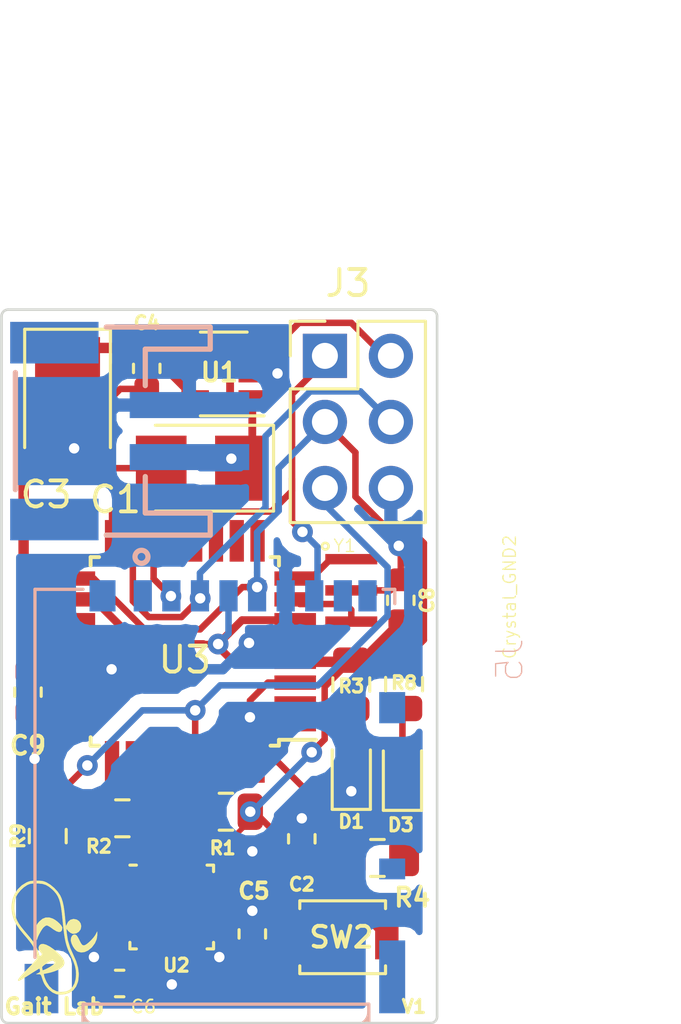
<source format=kicad_pcb>
(kicad_pcb (version 20171130) (host pcbnew 6.0.0-rc1-unknown-3927dc5~66~ubuntu18.04.1)

  (general
    (thickness 1.6)
    (drawings 14)
    (tracks 245)
    (zones 0)
    (modules 25)
    (nets 18)
  )

  (page A4)
  (layers
    (0 F.Cu signal hide)
    (31 B.Cu signal hide)
    (32 B.Adhes user)
    (33 F.Adhes user)
    (34 B.Paste user)
    (35 F.Paste user)
    (36 B.SilkS user)
    (37 F.SilkS user)
    (38 B.Mask user)
    (39 F.Mask user)
    (40 Dwgs.User user)
    (41 Cmts.User user)
    (42 Eco1.User user)
    (43 Eco2.User user)
    (44 Edge.Cuts user)
    (45 Margin user)
    (46 B.CrtYd user)
    (47 F.CrtYd user)
    (48 B.Fab user)
    (49 F.Fab user)
  )

  (setup
    (last_trace_width 0.25)
    (trace_clearance 0.2)
    (zone_clearance 0.508)
    (zone_45_only no)
    (trace_min 0.2)
    (via_size 0.8)
    (via_drill 0.4)
    (via_min_size 0.4)
    (via_min_drill 0.3)
    (uvia_size 0.3)
    (uvia_drill 0.1)
    (uvias_allowed no)
    (uvia_min_size 0.2)
    (uvia_min_drill 0.1)
    (edge_width 0.1)
    (segment_width 0.2)
    (pcb_text_width 0.3)
    (pcb_text_size 1.5 1.5)
    (mod_edge_width 0.15)
    (mod_text_size 1 1)
    (mod_text_width 0.15)
    (pad_size 1.524 1.524)
    (pad_drill 0.762)
    (pad_to_mask_clearance 0)
    (solder_mask_min_width 0.25)
    (aux_axis_origin 0 0)
    (visible_elements FFFFFF7F)
    (pcbplotparams
      (layerselection 0x010fc_ffffffff)
      (usegerberextensions false)
      (usegerberattributes false)
      (usegerberadvancedattributes false)
      (creategerberjobfile false)
      (excludeedgelayer true)
      (linewidth 0.100000)
      (plotframeref false)
      (viasonmask false)
      (mode 1)
      (useauxorigin false)
      (hpglpennumber 1)
      (hpglpenspeed 20)
      (hpglpendiameter 15.000000)
      (psnegative false)
      (psa4output false)
      (plotreference true)
      (plotvalue true)
      (plotinvisibletext false)
      (padsonsilk false)
      (subtractmaskfromsilk false)
      (outputformat 1)
      (mirror false)
      (drillshape 1)
      (scaleselection 1)
      (outputdirectory ""))
  )

  (net 0 "")
  (net 1 GND)
  (net 2 +3V3)
  (net 3 "Net-(C5-Pad2)")
  (net 4 "Net-(C9-Pad1)")
  (net 5 /Ardunio/RESET)
  (net 6 "Net-(D1-Pad2)")
  (net 7 VCC)
  (net 8 MOSI)
  (net 9 SCK)
  (net 10 MISO)
  (net 11 CS)
  (net 12 SCL_MPU)
  (net 13 SDA_MPU)
  (net 14 /Ardunio/D2)
  (net 15 "Net-(D3-Pad2)")
  (net 16 "Net-(U3-Pad8)")
  (net 17 "Net-(U3-Pad7)")

  (net_class Default "This is the default net class."
    (clearance 0.2)
    (trace_width 0.25)
    (via_dia 0.8)
    (via_drill 0.4)
    (uvia_dia 0.3)
    (uvia_drill 0.1)
    (add_net +3V3)
    (add_net /Ardunio/D2)
    (add_net /Ardunio/RESET)
    (add_net CS)
    (add_net GND)
    (add_net MISO)
    (add_net MOSI)
    (add_net "Net-(C5-Pad2)")
    (add_net "Net-(C9-Pad1)")
    (add_net "Net-(D1-Pad2)")
    (add_net "Net-(D3-Pad2)")
    (add_net "Net-(U3-Pad7)")
    (add_net "Net-(U3-Pad8)")
    (add_net SCK)
    (add_net SCL_MPU)
    (add_net SDA_MPU)
    (add_net VCC)
  )

  (module LED_SMD:LED_0603_1608Metric (layer F.Cu) (tedit 5B301BBE) (tstamp 5BB1B315)
    (at 154.3685 92.1893 90)
    (descr "LED SMD 0603 (1608 Metric), square (rectangular) end terminal, IPC_7351 nominal, (Body size source: http://www.tortai-tech.com/upload/download/2011102023233369053.pdf), generated with kicad-footprint-generator")
    (tags diode)
    (path /5B10C25E/5B12106B)
    (attr smd)
    (fp_text reference D3 (at -2.0447 -0.0635 180) (layer F.SilkS)
      (effects (font (size 0.5 0.5) (thickness 0.125)))
    )
    (fp_text value LD271 (at 0 1.43 90) (layer F.Fab)
      (effects (font (size 1 1) (thickness 0.15)))
    )
    (fp_text user %R (at 0 0 90) (layer F.Fab)
      (effects (font (size 0.4 0.4) (thickness 0.06)))
    )
    (fp_line (start 1.48 0.73) (end -1.48 0.73) (layer F.CrtYd) (width 0.05))
    (fp_line (start 1.48 -0.73) (end 1.48 0.73) (layer F.CrtYd) (width 0.05))
    (fp_line (start -1.48 -0.73) (end 1.48 -0.73) (layer F.CrtYd) (width 0.05))
    (fp_line (start -1.48 0.73) (end -1.48 -0.73) (layer F.CrtYd) (width 0.05))
    (fp_line (start -1.485 0.735) (end 0.8 0.735) (layer F.SilkS) (width 0.12))
    (fp_line (start -1.485 -0.735) (end -1.485 0.735) (layer F.SilkS) (width 0.12))
    (fp_line (start 0.8 -0.735) (end -1.485 -0.735) (layer F.SilkS) (width 0.12))
    (fp_line (start 0.8 0.4) (end 0.8 -0.4) (layer F.Fab) (width 0.1))
    (fp_line (start -0.8 0.4) (end 0.8 0.4) (layer F.Fab) (width 0.1))
    (fp_line (start -0.8 -0.1) (end -0.8 0.4) (layer F.Fab) (width 0.1))
    (fp_line (start -0.5 -0.4) (end -0.8 -0.1) (layer F.Fab) (width 0.1))
    (fp_line (start 0.8 -0.4) (end -0.5 -0.4) (layer F.Fab) (width 0.1))
    (pad 2 smd roundrect (at 0.7875 0 90) (size 0.875 0.95) (layers F.Cu F.Paste F.Mask) (roundrect_rratio 0.25)
      (net 15 "Net-(D3-Pad2)"))
    (pad 1 smd roundrect (at -0.7875 0 90) (size 0.875 0.95) (layers F.Cu F.Paste F.Mask) (roundrect_rratio 0.25)
      (net 1 GND))
    (model ${KISYS3DMOD}/LED_SMD.3dshapes/LED_0603_1608Metric.wrl
      (at (xyz 0 0 0))
      (scale (xyz 1 1 1))
      (rotate (xyz 0 0 0))
    )
  )

  (module components:OSC_CSTCE8M00G55-R0 (layer F.Cu) (tedit 0) (tstamp 5BB17F36)
    (at 152.4 85.217 270)
    (path /5B10C25E/5B1211F2)
    (attr smd)
    (fp_text reference Y1 (at -1.7145 0.254) (layer F.SilkS)
      (effects (font (size 0.480833 0.480833) (thickness 0.05)))
    )
    (fp_text value Crystal_GND2 (at 0.254 -6.096 270) (layer F.SilkS)
      (effects (font (size 0.481085 0.481085) (thickness 0.05)))
    )
    (fp_line (start -1.6 -0.65) (end 1.6 -0.65) (layer Dwgs.User) (width 0.127))
    (fp_line (start 1.6 0.65) (end -1.6 0.65) (layer Dwgs.User) (width 0.127))
    (fp_line (start -1.95 -1.35) (end 1.95 -1.35) (layer Dwgs.User) (width 0.127))
    (fp_line (start 1.95 -1.35) (end 1.95 1.35) (layer Dwgs.User) (width 0.127))
    (fp_line (start 1.95 1.35) (end -1.95 1.35) (layer Dwgs.User) (width 0.127))
    (fp_line (start -1.95 1.35) (end -1.95 -1.35) (layer Dwgs.User) (width 0.127))
    (fp_circle (center -1.7 1) (end -1.573 1) (layer F.SilkS) (width 0.1))
    (pad 1 smd rect (at -1.2 0 270) (size 0.4 2) (layers F.Cu F.Paste F.Mask)
      (net 16 "Net-(U3-Pad8)"))
    (pad 2 smd rect (at 0 0 270) (size 0.4 2) (layers F.Cu F.Paste F.Mask)
      (net 1 GND))
    (pad 3 smd rect (at 1.2 0 270) (size 0.4 2) (layers F.Cu F.Paste F.Mask)
      (net 17 "Net-(U3-Pad7)"))
  )

  (module Package_QFP:TQFP-32_7x7mm_P0.8mm (layer F.Cu) (tedit 5A02F146) (tstamp 5BB228D9)
    (at 145.991 87.562 180)
    (descr "32-Lead Plastic Thin Quad Flatpack (PT) - 7x7x1.0 mm Body, 2.00 mm [TQFP] (see Microchip Packaging Specification 00000049BS.pdf)")
    (tags "QFP 0.8")
    (path /5B10C25E/5B216C7D)
    (attr smd)
    (fp_text reference U3 (at 0 -0.322 180) (layer F.SilkS)
      (effects (font (size 1 1) (thickness 0.15)))
    )
    (fp_text value ATMEGA328-AU (at 0 6.05 180) (layer F.Fab)
      (effects (font (size 1 1) (thickness 0.15)))
    )
    (fp_line (start -3.625 -3.4) (end -5.05 -3.4) (layer F.SilkS) (width 0.15))
    (fp_line (start 3.625 -3.625) (end 3.3 -3.625) (layer F.SilkS) (width 0.15))
    (fp_line (start 3.625 3.625) (end 3.3 3.625) (layer F.SilkS) (width 0.15))
    (fp_line (start -3.625 3.625) (end -3.3 3.625) (layer F.SilkS) (width 0.15))
    (fp_line (start -3.625 -3.625) (end -3.3 -3.625) (layer F.SilkS) (width 0.15))
    (fp_line (start -3.625 3.625) (end -3.625 3.3) (layer F.SilkS) (width 0.15))
    (fp_line (start 3.625 3.625) (end 3.625 3.3) (layer F.SilkS) (width 0.15))
    (fp_line (start 3.625 -3.625) (end 3.625 -3.3) (layer F.SilkS) (width 0.15))
    (fp_line (start -3.625 -3.625) (end -3.625 -3.4) (layer F.SilkS) (width 0.15))
    (fp_line (start -5.3 5.3) (end 5.3 5.3) (layer F.CrtYd) (width 0.05))
    (fp_line (start -5.3 -5.3) (end 5.3 -5.3) (layer F.CrtYd) (width 0.05))
    (fp_line (start 5.3 -5.3) (end 5.3 5.3) (layer F.CrtYd) (width 0.05))
    (fp_line (start -5.3 -5.3) (end -5.3 5.3) (layer F.CrtYd) (width 0.05))
    (fp_line (start -3.5 -2.5) (end -2.5 -3.5) (layer F.Fab) (width 0.15))
    (fp_line (start -3.5 3.5) (end -3.5 -2.5) (layer F.Fab) (width 0.15))
    (fp_line (start 3.5 3.5) (end -3.5 3.5) (layer F.Fab) (width 0.15))
    (fp_line (start 3.5 -3.5) (end 3.5 3.5) (layer F.Fab) (width 0.15))
    (fp_line (start -2.5 -3.5) (end 3.5 -3.5) (layer F.Fab) (width 0.15))
    (fp_text user %R (at 0 0 180) (layer F.Fab)
      (effects (font (size 1 1) (thickness 0.15)))
    )
    (pad 32 smd rect (at -2.8 -4.25 270) (size 1.6 0.55) (layers F.Cu F.Paste F.Mask)
      (net 14 /Ardunio/D2))
    (pad 31 smd rect (at -2 -4.25 270) (size 1.6 0.55) (layers F.Cu F.Paste F.Mask))
    (pad 30 smd rect (at -1.2 -4.25 270) (size 1.6 0.55) (layers F.Cu F.Paste F.Mask))
    (pad 29 smd rect (at -0.4 -4.25 270) (size 1.6 0.55) (layers F.Cu F.Paste F.Mask)
      (net 5 /Ardunio/RESET))
    (pad 28 smd rect (at 0.4 -4.25 270) (size 1.6 0.55) (layers F.Cu F.Paste F.Mask)
      (net 12 SCL_MPU))
    (pad 27 smd rect (at 1.2 -4.25 270) (size 1.6 0.55) (layers F.Cu F.Paste F.Mask)
      (net 13 SDA_MPU))
    (pad 26 smd rect (at 2 -4.25 270) (size 1.6 0.55) (layers F.Cu F.Paste F.Mask))
    (pad 25 smd rect (at 2.8 -4.25 270) (size 1.6 0.55) (layers F.Cu F.Paste F.Mask))
    (pad 24 smd rect (at 4.25 -2.8 180) (size 1.6 0.55) (layers F.Cu F.Paste F.Mask))
    (pad 23 smd rect (at 4.25 -2 180) (size 1.6 0.55) (layers F.Cu F.Paste F.Mask))
    (pad 22 smd rect (at 4.25 -1.2 180) (size 1.6 0.55) (layers F.Cu F.Paste F.Mask))
    (pad 21 smd rect (at 4.25 -0.4 180) (size 1.6 0.55) (layers F.Cu F.Paste F.Mask)
      (net 1 GND))
    (pad 20 smd rect (at 4.25 0.4 180) (size 1.6 0.55) (layers F.Cu F.Paste F.Mask)
      (net 4 "Net-(C9-Pad1)"))
    (pad 19 smd rect (at 4.25 1.2 180) (size 1.6 0.55) (layers F.Cu F.Paste F.Mask))
    (pad 18 smd rect (at 4.25 2 180) (size 1.6 0.55) (layers F.Cu F.Paste F.Mask)
      (net 2 +3V3))
    (pad 17 smd rect (at 4.25 2.8 180) (size 1.6 0.55) (layers F.Cu F.Paste F.Mask)
      (net 9 SCK))
    (pad 16 smd rect (at 2.8 4.25 270) (size 1.6 0.55) (layers F.Cu F.Paste F.Mask)
      (net 10 MISO))
    (pad 15 smd rect (at 2 4.25 270) (size 1.6 0.55) (layers F.Cu F.Paste F.Mask)
      (net 8 MOSI))
    (pad 14 smd rect (at 1.2 4.25 270) (size 1.6 0.55) (layers F.Cu F.Paste F.Mask)
      (net 11 CS))
    (pad 13 smd rect (at 0.4 4.25 270) (size 1.6 0.55) (layers F.Cu F.Paste F.Mask))
    (pad 12 smd rect (at -0.4 4.25 270) (size 1.6 0.55) (layers F.Cu F.Paste F.Mask))
    (pad 11 smd rect (at -1.2 4.25 270) (size 1.6 0.55) (layers F.Cu F.Paste F.Mask))
    (pad 10 smd rect (at -2 4.25 270) (size 1.6 0.55) (layers F.Cu F.Paste F.Mask))
    (pad 9 smd rect (at -2.8 4.25 270) (size 1.6 0.55) (layers F.Cu F.Paste F.Mask))
    (pad 8 smd rect (at -4.25 2.8 180) (size 1.6 0.55) (layers F.Cu F.Paste F.Mask)
      (net 16 "Net-(U3-Pad8)"))
    (pad 7 smd rect (at -4.25 2 180) (size 1.6 0.55) (layers F.Cu F.Paste F.Mask)
      (net 17 "Net-(U3-Pad7)"))
    (pad 6 smd rect (at -4.25 1.2 180) (size 1.6 0.55) (layers F.Cu F.Paste F.Mask)
      (net 2 +3V3))
    (pad 5 smd rect (at -4.25 0.4 180) (size 1.6 0.55) (layers F.Cu F.Paste F.Mask)
      (net 1 GND))
    (pad 4 smd rect (at -4.25 -0.4 180) (size 1.6 0.55) (layers F.Cu F.Paste F.Mask)
      (net 2 +3V3))
    (pad 3 smd rect (at -4.25 -1.2 180) (size 1.6 0.55) (layers F.Cu F.Paste F.Mask)
      (net 1 GND))
    (pad 2 smd rect (at -4.25 -2 180) (size 1.6 0.55) (layers F.Cu F.Paste F.Mask))
    (pad 1 smd rect (at -4.25 -2.8 180) (size 1.6 0.55) (layers F.Cu F.Paste F.Mask))
    (model ${KISYS3DMOD}/Package_QFP.3dshapes/TQFP-32_7x7mm_P0.8mm.wrl
      (at (xyz 0 0 0))
      (scale (xyz 1 1 1))
      (rotate (xyz 0 0 0))
    )
  )

  (module Package_DFN_QFN:QFN-24-1EP_3x3mm_P0.4mm_EP1.75x1.6mm (layer F.Cu) (tedit 5B4E6D2C) (tstamp 5BB2B8AA)
    (at 145.488 97.39)
    (descr "QFN, 24 Pin (https://www.invensense.com/wp-content/uploads/2015/02/PS-MPU-9250A-01-v1.1.pdf (page 39)), generated with kicad-footprint-generator ipc_dfn_qfn_generator.py")
    (tags "QFN DFN_QFN")
    (path /5B14EB31)
    (attr smd)
    (fp_text reference U2 (at 0.181 2.2415) (layer F.SilkS)
      (effects (font (size 0.5 0.5) (thickness 0.125)))
    )
    (fp_text value MPU-9250 (at 0 2.82) (layer F.Fab)
      (effects (font (size 1 1) (thickness 0.15)))
    )
    (fp_text user %R (at 0 0) (layer F.Fab)
      (effects (font (size 0.75 0.75) (thickness 0.11)))
    )
    (fp_line (start 2.12 -2.12) (end -2.12 -2.12) (layer F.CrtYd) (width 0.05))
    (fp_line (start 2.12 2.12) (end 2.12 -2.12) (layer F.CrtYd) (width 0.05))
    (fp_line (start -2.12 2.12) (end 2.12 2.12) (layer F.CrtYd) (width 0.05))
    (fp_line (start -2.12 -2.12) (end -2.12 2.12) (layer F.CrtYd) (width 0.05))
    (fp_line (start -1.5 -0.75) (end -0.75 -1.5) (layer F.Fab) (width 0.1))
    (fp_line (start -1.5 1.5) (end -1.5 -0.75) (layer F.Fab) (width 0.1))
    (fp_line (start 1.5 1.5) (end -1.5 1.5) (layer F.Fab) (width 0.1))
    (fp_line (start 1.5 -1.5) (end 1.5 1.5) (layer F.Fab) (width 0.1))
    (fp_line (start -0.75 -1.5) (end 1.5 -1.5) (layer F.Fab) (width 0.1))
    (fp_line (start -1.36 -1.61) (end -1.61 -1.61) (layer F.SilkS) (width 0.12))
    (fp_line (start 1.61 1.61) (end 1.61 1.36) (layer F.SilkS) (width 0.12))
    (fp_line (start 1.36 1.61) (end 1.61 1.61) (layer F.SilkS) (width 0.12))
    (fp_line (start -1.61 1.61) (end -1.61 1.36) (layer F.SilkS) (width 0.12))
    (fp_line (start -1.36 1.61) (end -1.61 1.61) (layer F.SilkS) (width 0.12))
    (fp_line (start 1.61 -1.61) (end 1.61 -1.36) (layer F.SilkS) (width 0.12))
    (fp_line (start 1.36 -1.61) (end 1.61 -1.61) (layer F.SilkS) (width 0.12))
    (pad 24 smd custom (at -1 -1.5) (size 0.115147 0.115147) (layers F.Cu F.Paste F.Mask)
      (net 13 SDA_MPU)
      (options (clearance outline) (anchor circle))
      (primitives
        (gr_poly (pts
           (xy -0.1 -0.375) (xy 0.1 -0.375) (xy 0.1 0.375) (xy 0.02 0.375) (xy -0.1 0.255)
) (width 0))
      ))
    (pad 23 smd roundrect (at -0.6 -1.5) (size 0.2 0.75) (layers F.Cu F.Paste F.Mask) (roundrect_rratio 0.25)
      (net 12 SCL_MPU))
    (pad 22 smd roundrect (at -0.2 -1.5) (size 0.2 0.75) (layers F.Cu F.Paste F.Mask) (roundrect_rratio 0.25)
      (net 2 +3V3))
    (pad 21 smd roundrect (at 0.2 -1.5) (size 0.2 0.75) (layers F.Cu F.Paste F.Mask) (roundrect_rratio 0.25))
    (pad 20 smd roundrect (at 0.6 -1.5) (size 0.2 0.75) (layers F.Cu F.Paste F.Mask) (roundrect_rratio 0.25)
      (net 1 GND))
    (pad 19 smd custom (at 1 -1.5) (size 0.115147 0.115147) (layers F.Cu F.Paste F.Mask)
      (options (clearance outline) (anchor circle))
      (primitives
        (gr_poly (pts
           (xy -0.1 -0.375) (xy 0.1 -0.375) (xy 0.1 0.255) (xy -0.02 0.375) (xy -0.1 0.375)
) (width 0))
      ))
    (pad 18 smd custom (at 1.5 -1) (size 0.115147 0.115147) (layers F.Cu F.Paste F.Mask)
      (net 1 GND)
      (options (clearance outline) (anchor circle))
      (primitives
        (gr_poly (pts
           (xy -0.375 0.02) (xy -0.255 -0.1) (xy 0.375 -0.1) (xy 0.375 0.1) (xy -0.375 0.1)
) (width 0))
      ))
    (pad 17 smd roundrect (at 1.5 -0.6) (size 0.75 0.2) (layers F.Cu F.Paste F.Mask) (roundrect_rratio 0.25))
    (pad 16 smd roundrect (at 1.5 -0.2) (size 0.75 0.2) (layers F.Cu F.Paste F.Mask) (roundrect_rratio 0.25))
    (pad 15 smd roundrect (at 1.5 0.2) (size 0.75 0.2) (layers F.Cu F.Paste F.Mask) (roundrect_rratio 0.25))
    (pad 14 smd roundrect (at 1.5 0.6) (size 0.75 0.2) (layers F.Cu F.Paste F.Mask) (roundrect_rratio 0.25))
    (pad 13 smd custom (at 1.5 1) (size 0.115147 0.115147) (layers F.Cu F.Paste F.Mask)
      (net 2 +3V3)
      (options (clearance outline) (anchor circle))
      (primitives
        (gr_poly (pts
           (xy -0.375 -0.1) (xy 0.375 -0.1) (xy 0.375 0.1) (xy -0.255 0.1) (xy -0.375 -0.02)
) (width 0))
      ))
    (pad 12 smd custom (at 1 1.5) (size 0.115147 0.115147) (layers F.Cu F.Paste F.Mask)
      (options (clearance outline) (anchor circle))
      (primitives
        (gr_poly (pts
           (xy -0.1 -0.375) (xy -0.02 -0.375) (xy 0.1 -0.255) (xy 0.1 0.375) (xy -0.1 0.375)
) (width 0))
      ))
    (pad 11 smd roundrect (at 0.6 1.5) (size 0.2 0.75) (layers F.Cu F.Paste F.Mask) (roundrect_rratio 0.25)
      (net 1 GND))
    (pad 10 smd roundrect (at 0.2 1.5) (size 0.2 0.75) (layers F.Cu F.Paste F.Mask) (roundrect_rratio 0.25)
      (net 3 "Net-(C5-Pad2)"))
    (pad 9 smd roundrect (at -0.2 1.5) (size 0.2 0.75) (layers F.Cu F.Paste F.Mask) (roundrect_rratio 0.25)
      (net 1 GND))
    (pad 8 smd roundrect (at -0.6 1.5) (size 0.2 0.75) (layers F.Cu F.Paste F.Mask) (roundrect_rratio 0.25)
      (net 2 +3V3))
    (pad 7 smd custom (at -1 1.5) (size 0.115147 0.115147) (layers F.Cu F.Paste F.Mask)
      (options (clearance outline) (anchor circle))
      (primitives
        (gr_poly (pts
           (xy -0.1 -0.255) (xy 0.02 -0.375) (xy 0.1 -0.375) (xy 0.1 0.375) (xy -0.1 0.375)
) (width 0))
      ))
    (pad 6 smd custom (at -1.5 1) (size 0.115147 0.115147) (layers F.Cu F.Paste F.Mask)
      (options (clearance outline) (anchor circle))
      (primitives
        (gr_poly (pts
           (xy -0.375 -0.1) (xy 0.375 -0.1) (xy 0.375 -0.02) (xy 0.255 0.1) (xy -0.375 0.1)
) (width 0))
      ))
    (pad 5 smd roundrect (at -1.5 0.6) (size 0.75 0.2) (layers F.Cu F.Paste F.Mask) (roundrect_rratio 0.25))
    (pad 4 smd roundrect (at -1.5 0.2) (size 0.75 0.2) (layers F.Cu F.Paste F.Mask) (roundrect_rratio 0.25))
    (pad 3 smd roundrect (at -1.5 -0.2) (size 0.75 0.2) (layers F.Cu F.Paste F.Mask) (roundrect_rratio 0.25))
    (pad 2 smd roundrect (at -1.5 -0.6) (size 0.75 0.2) (layers F.Cu F.Paste F.Mask) (roundrect_rratio 0.25))
    (pad 1 smd custom (at -1.5 -1) (size 0.115147 0.115147) (layers F.Cu F.Paste F.Mask)
      (net 2 +3V3)
      (options (clearance outline) (anchor circle))
      (primitives
        (gr_poly (pts
           (xy -0.375 -0.1) (xy 0.255 -0.1) (xy 0.375 0.02) (xy 0.375 0.1) (xy -0.375 0.1)
) (width 0))
      ))
    (pad "" smd roundrect (at 0.44 0.4) (size 0.71 0.64) (layers F.Paste) (roundrect_rratio 0.25))
    (pad "" smd roundrect (at 0.44 -0.4) (size 0.71 0.64) (layers F.Paste) (roundrect_rratio 0.25))
    (pad "" smd roundrect (at -0.44 0.4) (size 0.71 0.64) (layers F.Paste) (roundrect_rratio 0.25))
    (pad "" smd roundrect (at -0.44 -0.4) (size 0.71 0.64) (layers F.Paste) (roundrect_rratio 0.25))
    (pad 25 smd roundrect (at 0 0) (size 1.75 1.6) (layers F.Cu F.Mask) (roundrect_rratio 0.15625))
    (model ${KISYS3DMOD}/Package_DFN_QFN.3dshapes/QFN-24-1EP_3x3mm_P0.4mm_EP1.75x1.6mm.wrl
      (at (xyz 0 0 0))
      (scale (xyz 1 1 1))
      (rotate (xyz 0 0 0))
    )
  )

  (module Package_TO_SOT_SMD:SOT-23-5 (layer F.Cu) (tedit 5A02FF57) (tstamp 5BB17EBF)
    (at 147.49 76.896 180)
    (descr "5-pin SOT23 package")
    (tags SOT-23-5)
    (path /5B11C18F)
    (attr smd)
    (fp_text reference U1 (at 0.17 0.061 180) (layer F.SilkS)
      (effects (font (size 0.7 0.7) (thickness 0.15)))
    )
    (fp_text value MIC5205-3.3 (at 0 2.9 180) (layer F.Fab)
      (effects (font (size 1 1) (thickness 0.15)))
    )
    (fp_line (start 0.9 -1.55) (end 0.9 1.55) (layer F.Fab) (width 0.1))
    (fp_line (start 0.9 1.55) (end -0.9 1.55) (layer F.Fab) (width 0.1))
    (fp_line (start -0.9 -0.9) (end -0.9 1.55) (layer F.Fab) (width 0.1))
    (fp_line (start 0.9 -1.55) (end -0.25 -1.55) (layer F.Fab) (width 0.1))
    (fp_line (start -0.9 -0.9) (end -0.25 -1.55) (layer F.Fab) (width 0.1))
    (fp_line (start -1.9 1.8) (end -1.9 -1.8) (layer F.CrtYd) (width 0.05))
    (fp_line (start 1.9 1.8) (end -1.9 1.8) (layer F.CrtYd) (width 0.05))
    (fp_line (start 1.9 -1.8) (end 1.9 1.8) (layer F.CrtYd) (width 0.05))
    (fp_line (start -1.9 -1.8) (end 1.9 -1.8) (layer F.CrtYd) (width 0.05))
    (fp_line (start 0.9 -1.61) (end -1.55 -1.61) (layer F.SilkS) (width 0.12))
    (fp_line (start -0.9 1.61) (end 0.9 1.61) (layer F.SilkS) (width 0.12))
    (fp_text user %R (at 0 0 270) (layer F.Fab)
      (effects (font (size 0.5 0.5) (thickness 0.075)))
    )
    (pad 5 smd rect (at 1.1 -0.95 180) (size 1.06 0.65) (layers F.Cu F.Paste F.Mask)
      (net 2 +3V3))
    (pad 4 smd rect (at 1.1 0.95 180) (size 1.06 0.65) (layers F.Cu F.Paste F.Mask))
    (pad 3 smd rect (at -1.1 0.95 180) (size 1.06 0.65) (layers F.Cu F.Paste F.Mask)
      (net 7 VCC))
    (pad 2 smd rect (at -1.1 0 180) (size 1.06 0.65) (layers F.Cu F.Paste F.Mask)
      (net 1 GND))
    (pad 1 smd rect (at -1.1 -0.95 180) (size 1.06 0.65) (layers F.Cu F.Paste F.Mask)
      (net 7 VCC))
    (model ${KISYS3DMOD}/Package_TO_SOT_SMD.3dshapes/SOT-23-5.wrl
      (at (xyz 0 0 0))
      (scale (xyz 1 1 1))
      (rotate (xyz 0 0 0))
    )
  )

  (module Buttons_Switches_SMD:SW_SPST_B3U-1000P (layer F.Cu) (tedit 58724258) (tstamp 5BB17EAA)
    (at 152.068 98.552 180)
    (descr "Ultra-small-sized Tactile Switch with High Contact Reliability, Top-actuated Model, without Ground Terminal, without Boss")
    (tags "Tactile Switch")
    (path /5BB13284)
    (attr smd)
    (fp_text reference SW2 (at 0.049 0 180) (layer F.SilkS)
      (effects (font (size 0.8 0.8) (thickness 0.15)))
    )
    (fp_text value SW_Push (at 0 2.5 180) (layer F.Fab)
      (effects (font (size 1 1) (thickness 0.15)))
    )
    (fp_text user %R (at 0.049 0 180) (layer F.Fab)
      (effects (font (size 1 1) (thickness 0.15)))
    )
    (fp_line (start -2.4 1.65) (end 2.4 1.65) (layer F.CrtYd) (width 0.05))
    (fp_line (start 2.4 1.65) (end 2.4 -1.65) (layer F.CrtYd) (width 0.05))
    (fp_line (start 2.4 -1.65) (end -2.4 -1.65) (layer F.CrtYd) (width 0.05))
    (fp_line (start -2.4 -1.65) (end -2.4 1.65) (layer F.CrtYd) (width 0.05))
    (fp_line (start -1.65 1.1) (end -1.65 1.4) (layer F.SilkS) (width 0.12))
    (fp_line (start -1.65 1.4) (end 1.65 1.4) (layer F.SilkS) (width 0.12))
    (fp_line (start 1.65 1.4) (end 1.65 1.1) (layer F.SilkS) (width 0.12))
    (fp_line (start -1.65 -1.1) (end -1.65 -1.4) (layer F.SilkS) (width 0.12))
    (fp_line (start -1.65 -1.4) (end 1.65 -1.4) (layer F.SilkS) (width 0.12))
    (fp_line (start 1.65 -1.4) (end 1.65 -1.1) (layer F.SilkS) (width 0.12))
    (fp_line (start -1.5 -1.25) (end 1.5 -1.25) (layer F.Fab) (width 0.1))
    (fp_line (start 1.5 -1.25) (end 1.5 1.25) (layer F.Fab) (width 0.1))
    (fp_line (start 1.5 1.25) (end -1.5 1.25) (layer F.Fab) (width 0.1))
    (fp_line (start -1.5 1.25) (end -1.5 -1.25) (layer F.Fab) (width 0.1))
    (fp_circle (center 0 0) (end 0.75 0) (layer F.Fab) (width 0.1))
    (pad 1 smd rect (at -1.7 0 180) (size 0.9 1.7) (layers F.Cu F.Paste F.Mask)
      (net 14 /Ardunio/D2))
    (pad 2 smd rect (at 1.7 0 180) (size 0.9 1.7) (layers F.Cu F.Paste F.Mask)
      (net 2 +3V3))
    (model ${KISYS3DMOD}/Buttons_Switches_SMD.3dshapes/SW_SPST_B3U-1000P.wrl
      (at (xyz 0 0 0))
      (scale (xyz 1 1 1))
      (rotate (xyz 0 0 0))
    )
  )

  (module Resistor_SMD:R_0805_2012Metric (layer F.Cu) (tedit 5B36C52B) (tstamp 5BB17E7C)
    (at 140.716 94.6635 90)
    (descr "Resistor SMD 0805 (2012 Metric), square (rectangular) end terminal, IPC_7351 nominal, (Body size source: https://docs.google.com/spreadsheets/d/1BsfQQcO9C6DZCsRaXUlFlo91Tg2WpOkGARC1WS5S8t0/edit?usp=sharing), generated with kicad-footprint-generator")
    (tags resistor)
    (path /5B10C25E/5B1213F8)
    (attr smd)
    (fp_text reference R9 (at 0 -1.143 270) (layer F.SilkS)
      (effects (font (size 0.5 0.5) (thickness 0.125)))
    )
    (fp_text value 10k (at 0 1.65 90) (layer F.Fab)
      (effects (font (size 1 1) (thickness 0.15)))
    )
    (fp_text user %R (at 0 0 90) (layer F.Fab)
      (effects (font (size 0.5 0.5) (thickness 0.08)))
    )
    (fp_line (start 1.68 0.95) (end -1.68 0.95) (layer F.CrtYd) (width 0.05))
    (fp_line (start 1.68 -0.95) (end 1.68 0.95) (layer F.CrtYd) (width 0.05))
    (fp_line (start -1.68 -0.95) (end 1.68 -0.95) (layer F.CrtYd) (width 0.05))
    (fp_line (start -1.68 0.95) (end -1.68 -0.95) (layer F.CrtYd) (width 0.05))
    (fp_line (start -0.258578 0.71) (end 0.258578 0.71) (layer F.SilkS) (width 0.12))
    (fp_line (start -0.258578 -0.71) (end 0.258578 -0.71) (layer F.SilkS) (width 0.12))
    (fp_line (start 1 0.6) (end -1 0.6) (layer F.Fab) (width 0.1))
    (fp_line (start 1 -0.6) (end 1 0.6) (layer F.Fab) (width 0.1))
    (fp_line (start -1 -0.6) (end 1 -0.6) (layer F.Fab) (width 0.1))
    (fp_line (start -1 0.6) (end -1 -0.6) (layer F.Fab) (width 0.1))
    (pad 2 smd roundrect (at 0.9375 0 90) (size 0.975 1.4) (layers F.Cu F.Paste F.Mask) (roundrect_rratio 0.25)
      (net 5 /Ardunio/RESET))
    (pad 1 smd roundrect (at -0.9375 0 90) (size 0.975 1.4) (layers F.Cu F.Paste F.Mask) (roundrect_rratio 0.25)
      (net 2 +3V3))
    (model ${KISYS3DMOD}/Resistor_SMD.3dshapes/R_0805_2012Metric.wrl
      (at (xyz 0 0 0))
      (scale (xyz 1 1 1))
      (rotate (xyz 0 0 0))
    )
  )

  (module Resistor_SMD:R_0805_2012Metric (layer F.Cu) (tedit 5B36C52B) (tstamp 5BB27978)
    (at 154.432 88.8215 90)
    (descr "Resistor SMD 0805 (2012 Metric), square (rectangular) end terminal, IPC_7351 nominal, (Body size source: https://docs.google.com/spreadsheets/d/1BsfQQcO9C6DZCsRaXUlFlo91Tg2WpOkGARC1WS5S8t0/edit?usp=sharing), generated with kicad-footprint-generator")
    (tags resistor)
    (path /5B10C25E/5B120EB8)
    (attr smd)
    (fp_text reference R8 (at 0.0485 0 180) (layer F.SilkS)
      (effects (font (size 0.5 0.5) (thickness 0.125)))
    )
    (fp_text value 330 (at 0 1.65 90) (layer F.Fab)
      (effects (font (size 1 1) (thickness 0.15)))
    )
    (fp_text user %R (at 0 0 90) (layer F.Fab)
      (effects (font (size 0.5 0.5) (thickness 0.08)))
    )
    (fp_line (start 1.68 0.95) (end -1.68 0.95) (layer F.CrtYd) (width 0.05))
    (fp_line (start 1.68 -0.95) (end 1.68 0.95) (layer F.CrtYd) (width 0.05))
    (fp_line (start -1.68 -0.95) (end 1.68 -0.95) (layer F.CrtYd) (width 0.05))
    (fp_line (start -1.68 0.95) (end -1.68 -0.95) (layer F.CrtYd) (width 0.05))
    (fp_line (start -0.258578 0.71) (end 0.258578 0.71) (layer F.SilkS) (width 0.12))
    (fp_line (start -0.258578 -0.71) (end 0.258578 -0.71) (layer F.SilkS) (width 0.12))
    (fp_line (start 1 0.6) (end -1 0.6) (layer F.Fab) (width 0.1))
    (fp_line (start 1 -0.6) (end 1 0.6) (layer F.Fab) (width 0.1))
    (fp_line (start -1 -0.6) (end 1 -0.6) (layer F.Fab) (width 0.1))
    (fp_line (start -1 0.6) (end -1 -0.6) (layer F.Fab) (width 0.1))
    (pad 2 smd roundrect (at 0.9375 0 90) (size 0.975 1.4) (layers F.Cu F.Paste F.Mask) (roundrect_rratio 0.25)
      (net 9 SCK))
    (pad 1 smd roundrect (at -0.9375 0 90) (size 0.975 1.4) (layers F.Cu F.Paste F.Mask) (roundrect_rratio 0.25)
      (net 15 "Net-(D3-Pad2)"))
    (model ${KISYS3DMOD}/Resistor_SMD.3dshapes/R_0805_2012Metric.wrl
      (at (xyz 0 0 0))
      (scale (xyz 1 1 1))
      (rotate (xyz 0 0 0))
    )
  )

  (module Resistor_SMD:R_0805_2012Metric_Pad1.15x1.40mm_HandSolder (layer F.Cu) (tedit 5B36C52B) (tstamp 5BB17E5A)
    (at 153.407 95.504 180)
    (descr "Resistor SMD 0805 (2012 Metric), square (rectangular) end terminal, IPC_7351 nominal with elongated pad for handsoldering. (Body size source: https://docs.google.com/spreadsheets/d/1BsfQQcO9C6DZCsRaXUlFlo91Tg2WpOkGARC1WS5S8t0/edit?usp=sharing), generated with kicad-footprint-generator")
    (tags "resistor handsolder")
    (path /5BB13EB6)
    (attr smd)
    (fp_text reference R4 (at -1.3425 -1.524 180) (layer F.SilkS)
      (effects (font (size 0.7 0.7) (thickness 0.15)))
    )
    (fp_text value 10k (at 0 1.65 180) (layer F.Fab)
      (effects (font (size 1 1) (thickness 0.15)))
    )
    (fp_text user %R (at 0 0 180) (layer F.Fab)
      (effects (font (size 0.5 0.5) (thickness 0.08)))
    )
    (fp_line (start 1.85 0.95) (end -1.85 0.95) (layer F.CrtYd) (width 0.05))
    (fp_line (start 1.85 -0.95) (end 1.85 0.95) (layer F.CrtYd) (width 0.05))
    (fp_line (start -1.85 -0.95) (end 1.85 -0.95) (layer F.CrtYd) (width 0.05))
    (fp_line (start -1.85 0.95) (end -1.85 -0.95) (layer F.CrtYd) (width 0.05))
    (fp_line (start -0.261252 0.71) (end 0.261252 0.71) (layer F.SilkS) (width 0.12))
    (fp_line (start -0.261252 -0.71) (end 0.261252 -0.71) (layer F.SilkS) (width 0.12))
    (fp_line (start 1 0.6) (end -1 0.6) (layer F.Fab) (width 0.1))
    (fp_line (start 1 -0.6) (end 1 0.6) (layer F.Fab) (width 0.1))
    (fp_line (start -1 -0.6) (end 1 -0.6) (layer F.Fab) (width 0.1))
    (fp_line (start -1 0.6) (end -1 -0.6) (layer F.Fab) (width 0.1))
    (pad 2 smd roundrect (at 1.025 0 180) (size 1.15 1.4) (layers F.Cu F.Paste F.Mask) (roundrect_rratio 0.217391)
      (net 14 /Ardunio/D2))
    (pad 1 smd roundrect (at -1.025 0 180) (size 1.15 1.4) (layers F.Cu F.Paste F.Mask) (roundrect_rratio 0.217391)
      (net 1 GND))
    (model ${KISYS3DMOD}/Resistor_SMD.3dshapes/R_0805_2012Metric.wrl
      (at (xyz 0 0 0))
      (scale (xyz 1 1 1))
      (rotate (xyz 0 0 0))
    )
  )

  (module Resistor_SMD:R_0805_2012Metric (layer F.Cu) (tedit 5B36C52B) (tstamp 5BB279A8)
    (at 152.4 88.8365 90)
    (descr "Resistor SMD 0805 (2012 Metric), square (rectangular) end terminal, IPC_7351 nominal, (Body size source: https://docs.google.com/spreadsheets/d/1BsfQQcO9C6DZCsRaXUlFlo91Tg2WpOkGARC1WS5S8t0/edit?usp=sharing), generated with kicad-footprint-generator")
    (tags resistor)
    (path /5B11289D)
    (attr smd)
    (fp_text reference R3 (at -0.0635 0 180) (layer F.SilkS)
      (effects (font (size 0.5 0.5) (thickness 0.125)))
    )
    (fp_text value 10k (at 0 1.65 90) (layer F.Fab)
      (effects (font (size 1 1) (thickness 0.15)))
    )
    (fp_text user %R (at 0 0 90) (layer F.Fab)
      (effects (font (size 0.5 0.5) (thickness 0.08)))
    )
    (fp_line (start 1.68 0.95) (end -1.68 0.95) (layer F.CrtYd) (width 0.05))
    (fp_line (start 1.68 -0.95) (end 1.68 0.95) (layer F.CrtYd) (width 0.05))
    (fp_line (start -1.68 -0.95) (end 1.68 -0.95) (layer F.CrtYd) (width 0.05))
    (fp_line (start -1.68 0.95) (end -1.68 -0.95) (layer F.CrtYd) (width 0.05))
    (fp_line (start -0.258578 0.71) (end 0.258578 0.71) (layer F.SilkS) (width 0.12))
    (fp_line (start -0.258578 -0.71) (end 0.258578 -0.71) (layer F.SilkS) (width 0.12))
    (fp_line (start 1 0.6) (end -1 0.6) (layer F.Fab) (width 0.1))
    (fp_line (start 1 -0.6) (end 1 0.6) (layer F.Fab) (width 0.1))
    (fp_line (start -1 -0.6) (end 1 -0.6) (layer F.Fab) (width 0.1))
    (fp_line (start -1 0.6) (end -1 -0.6) (layer F.Fab) (width 0.1))
    (pad 2 smd roundrect (at 0.9375 0 90) (size 0.975 1.4) (layers F.Cu F.Paste F.Mask) (roundrect_rratio 0.25)
      (net 2 +3V3))
    (pad 1 smd roundrect (at -0.9375 0 90) (size 0.975 1.4) (layers F.Cu F.Paste F.Mask) (roundrect_rratio 0.25)
      (net 6 "Net-(D1-Pad2)"))
    (model ${KISYS3DMOD}/Resistor_SMD.3dshapes/R_0805_2012Metric.wrl
      (at (xyz 0 0 0))
      (scale (xyz 1 1 1))
      (rotate (xyz 0 0 0))
    )
  )

  (module Resistor_SMD:R_0805_2012Metric (layer F.Cu) (tedit 5B36C52B) (tstamp 5BB17E38)
    (at 143.5885 93.98)
    (descr "Resistor SMD 0805 (2012 Metric), square (rectangular) end terminal, IPC_7351 nominal, (Body size source: https://docs.google.com/spreadsheets/d/1BsfQQcO9C6DZCsRaXUlFlo91Tg2WpOkGARC1WS5S8t0/edit?usp=sharing), generated with kicad-footprint-generator")
    (tags resistor)
    (path /5B14EDA1)
    (attr smd)
    (fp_text reference R2 (at -0.904 1.0795) (layer F.SilkS)
      (effects (font (size 0.5 0.5) (thickness 0.125)))
    )
    (fp_text value 10k (at 0 1.65) (layer F.Fab)
      (effects (font (size 1 1) (thickness 0.15)))
    )
    (fp_text user %R (at 0 0) (layer F.Fab)
      (effects (font (size 0.5 0.5) (thickness 0.08)))
    )
    (fp_line (start 1.68 0.95) (end -1.68 0.95) (layer F.CrtYd) (width 0.05))
    (fp_line (start 1.68 -0.95) (end 1.68 0.95) (layer F.CrtYd) (width 0.05))
    (fp_line (start -1.68 -0.95) (end 1.68 -0.95) (layer F.CrtYd) (width 0.05))
    (fp_line (start -1.68 0.95) (end -1.68 -0.95) (layer F.CrtYd) (width 0.05))
    (fp_line (start -0.258578 0.71) (end 0.258578 0.71) (layer F.SilkS) (width 0.12))
    (fp_line (start -0.258578 -0.71) (end 0.258578 -0.71) (layer F.SilkS) (width 0.12))
    (fp_line (start 1 0.6) (end -1 0.6) (layer F.Fab) (width 0.1))
    (fp_line (start 1 -0.6) (end 1 0.6) (layer F.Fab) (width 0.1))
    (fp_line (start -1 -0.6) (end 1 -0.6) (layer F.Fab) (width 0.1))
    (fp_line (start -1 0.6) (end -1 -0.6) (layer F.Fab) (width 0.1))
    (pad 2 smd roundrect (at 0.9375 0) (size 0.975 1.4) (layers F.Cu F.Paste F.Mask) (roundrect_rratio 0.25)
      (net 13 SDA_MPU))
    (pad 1 smd roundrect (at -0.9375 0) (size 0.975 1.4) (layers F.Cu F.Paste F.Mask) (roundrect_rratio 0.25)
      (net 2 +3V3))
    (model ${KISYS3DMOD}/Resistor_SMD.3dshapes/R_0805_2012Metric.wrl
      (at (xyz 0 0 0))
      (scale (xyz 1 1 1))
      (rotate (xyz 0 0 0))
    )
  )

  (module Resistor_SMD:R_0805_2012Metric (layer F.Cu) (tedit 5B36C52B) (tstamp 5BB25495)
    (at 147.574 93.726 180)
    (descr "Resistor SMD 0805 (2012 Metric), square (rectangular) end terminal, IPC_7351 nominal, (Body size source: https://docs.google.com/spreadsheets/d/1BsfQQcO9C6DZCsRaXUlFlo91Tg2WpOkGARC1WS5S8t0/edit?usp=sharing), generated with kicad-footprint-generator")
    (tags resistor)
    (path /5B14ECE4)
    (attr smd)
    (fp_text reference R1 (at 0.127 -1.397 180) (layer F.SilkS)
      (effects (font (size 0.5 0.5) (thickness 0.125)))
    )
    (fp_text value 10k (at 0 1.65 180) (layer F.Fab)
      (effects (font (size 1 1) (thickness 0.15)))
    )
    (fp_text user %R (at 0 0 180) (layer F.Fab)
      (effects (font (size 0.5 0.5) (thickness 0.08)))
    )
    (fp_line (start 1.68 0.95) (end -1.68 0.95) (layer F.CrtYd) (width 0.05))
    (fp_line (start 1.68 -0.95) (end 1.68 0.95) (layer F.CrtYd) (width 0.05))
    (fp_line (start -1.68 -0.95) (end 1.68 -0.95) (layer F.CrtYd) (width 0.05))
    (fp_line (start -1.68 0.95) (end -1.68 -0.95) (layer F.CrtYd) (width 0.05))
    (fp_line (start -0.258578 0.71) (end 0.258578 0.71) (layer F.SilkS) (width 0.12))
    (fp_line (start -0.258578 -0.71) (end 0.258578 -0.71) (layer F.SilkS) (width 0.12))
    (fp_line (start 1 0.6) (end -1 0.6) (layer F.Fab) (width 0.1))
    (fp_line (start 1 -0.6) (end 1 0.6) (layer F.Fab) (width 0.1))
    (fp_line (start -1 -0.6) (end 1 -0.6) (layer F.Fab) (width 0.1))
    (fp_line (start -1 0.6) (end -1 -0.6) (layer F.Fab) (width 0.1))
    (pad 2 smd roundrect (at 0.9375 0 180) (size 0.975 1.4) (layers F.Cu F.Paste F.Mask) (roundrect_rratio 0.25)
      (net 12 SCL_MPU))
    (pad 1 smd roundrect (at -0.9375 0 180) (size 0.975 1.4) (layers F.Cu F.Paste F.Mask) (roundrect_rratio 0.25)
      (net 2 +3V3))
    (model ${KISYS3DMOD}/Resistor_SMD.3dshapes/R_0805_2012Metric.wrl
      (at (xyz 0 0 0))
      (scale (xyz 1 1 1))
      (rotate (xyz 0 0 0))
    )
  )

  (module components:HRS_DM3AT-SF-PEJM5 (layer B.Cu) (tedit 0) (tstamp 5BB20EAD)
    (at 147.574 85.426 180)
    (descr "Micro SD card holder with push-to-eject feature.")
    (path /5B292A17)
    (attr smd)
    (fp_text reference J5 (at -10.922 -2.46515 90) (layer B.SilkS)
      (effects (font (size 1.0021 1.0021) (thickness 0.05)) (justify mirror))
    )
    (fp_text value DM3AT-SF-PEJM5 (at 10.033 -2.331 90) (layer B.SilkS)
      (effects (font (size 1.0025 1.0025) (thickness 0.05)) (justify mirror))
    )
    (fp_circle (center 3.25 1.5) (end 3.5 1.5) (layer B.SilkS) (width 0.2))
    (fp_line (start -7.25 -16.3) (end -7.25 1) (layer Dwgs.User) (width 0.05))
    (fp_line (start -5.75 -16.3) (end -7.25 -16.3) (layer Dwgs.User) (width 0.05))
    (fp_line (start -5.75 -21.5) (end -5.75 -16.3) (layer Dwgs.User) (width 0.05))
    (fp_line (start 5.75 -21.5) (end -5.75 -21.5) (layer Dwgs.User) (width 0.05))
    (fp_line (start 5.75 -16.3) (end 5.75 -21.5) (layer Dwgs.User) (width 0.05))
    (fp_line (start 8.125 -16.3) (end 5.75 -16.3) (layer Dwgs.User) (width 0.05))
    (fp_line (start 8.125 1) (end 8.125 -16.3) (layer Dwgs.User) (width 0.05))
    (fp_line (start -7.25 1) (end 8.125 1) (layer Dwgs.User) (width 0.05))
    (fp_line (start 7.35 0.25) (end 7.35 -13.9) (layer B.SilkS) (width 0.127))
    (fp_line (start 5.5 0.25) (end 7.35 0.25) (layer B.SilkS) (width 0.127))
    (fp_line (start -6.5 0.25) (end -6.5 -0.3) (layer B.SilkS) (width 0.127))
    (fp_line (start -6.05 0.25) (end -6.5 0.25) (layer B.SilkS) (width 0.127))
    (fp_arc (start -5 -20.8) (end -5 -21.3) (angle -90) (layer B.SilkS) (width 0.127))
    (fp_line (start -5.5 -17.3) (end -5.5 -20.8) (layer B.SilkS) (width 0.127))
    (fp_arc (start -5 -16.8) (end -5 -17.3) (angle -90) (layer B.SilkS) (width 0.127))
    (fp_line (start -5.5 -16.5) (end -5.5 -16.8) (layer B.SilkS) (width 0.127))
    (fp_arc (start -5 -16) (end -5 -16.5) (angle -90) (layer B.SilkS) (width 0.127))
    (fp_line (start -5.5 -15.7) (end -5.5 -16) (layer B.SilkS) (width 0.127))
    (fp_arc (start 5 -20.8) (end 5 -21.3) (angle 90) (layer B.SilkS) (width 0.127))
    (fp_line (start 5.5 -17.3) (end 5.5 -20.8) (layer B.SilkS) (width 0.127))
    (fp_arc (start 5 -16.8) (end 5 -17.3) (angle 90) (layer B.SilkS) (width 0.127))
    (fp_line (start 5.5 -16.5) (end 5.5 -16.8) (layer B.SilkS) (width 0.127))
    (fp_arc (start 5 -16) (end 5 -16.5) (angle 90) (layer B.SilkS) (width 0.127))
    (fp_line (start 5.5 -15.7) (end 5.5 -16) (layer B.SilkS) (width 0.127))
    (fp_line (start 5 -21.3) (end -5 -21.3) (layer B.SilkS) (width 0.127))
    (fp_line (start -5.5 -15.7) (end 5.5 -15.7) (layer B.SilkS) (width 0.127))
    (fp_line (start -5.5 -17.3) (end -5.5 -16.8) (layer B.SilkS) (width 0.127))
    (fp_line (start -5 -17.3) (end -5.5 -17.3) (layer B.SilkS) (width 0.127))
    (fp_line (start 5 -17.3) (end -5 -17.3) (layer B.SilkS) (width 0.127))
    (fp_line (start 5.5 -17.3) (end 5 -17.3) (layer B.SilkS) (width 0.127))
    (fp_line (start 5.5 -16.8) (end 5.5 -17.3) (layer B.SilkS) (width 0.127))
    (fp_line (start -5.5 -16.5) (end -5.5 -16) (layer B.SilkS) (width 0.127))
    (fp_line (start -5 -16.5) (end -5.5 -16.5) (layer B.SilkS) (width 0.127))
    (fp_line (start 5 -16.5) (end -5 -16.5) (layer B.SilkS) (width 0.127))
    (fp_line (start 5.5 -16.5) (end 5 -16.5) (layer B.SilkS) (width 0.127))
    (fp_line (start 5.5 -16) (end 5.5 -16.5) (layer B.SilkS) (width 0.127))
    (fp_line (start -6.5 -15.7) (end -6.5 0.25) (layer Dwgs.User) (width 0.127))
    (fp_line (start 7.35 -15.7) (end -6.5 -15.7) (layer Dwgs.User) (width 0.127))
    (fp_line (start 7.35 0.25) (end 7.35 -15.7) (layer Dwgs.User) (width 0.127))
    (fp_line (start -6.5 0.25) (end 7.35 0.25) (layer Dwgs.User) (width 0.127))
    (fp_poly (pts (xy 3.35392 -14.7) (xy 5.9 -14.7) (xy 5.9 -16.0688) (xy 3.35392 -16.0688)) (layer Dwgs.User) (width 0.381))
    (fp_poly (pts (xy -5.00974 -5) (xy 3.7 -5) (xy 3.7 -6.61285) (xy -5.00974 -6.61285)) (layer Dwgs.User) (width 0.381))
    (fp_poly (pts (xy -5.71083 -6.3) (xy -5 -6.3) (xy -5 -13.9265) (xy -5.71083 -13.9265)) (layer Dwgs.User) (width 0.381))
    (fp_poly (pts (xy -6.81067 -4.9) (xy -6.05 -4.9) (xy -6.05 -8.51334) (xy -6.81067 -8.51334)) (layer Dwgs.User) (width 0.381))
    (fp_poly (pts (xy -6.81437 -0.45) (xy -6.05 -0.45) (xy -6.05 -3.70782) (xy -6.81437 -3.70782)) (layer Dwgs.User) (width 0.381))
    (pad P3 smd rect (at 7.1 -15.1 180) (size 1.3 1.9) (layers B.Cu B.Paste B.Mask))
    (pad P2 smd rect (at -6.4 -14.65 180) (size 1 2.8) (layers B.Cu B.Paste B.Mask))
    (pad SWA smd rect (at -6.4 -10.5 180) (size 1 0.8) (layers B.Cu B.Paste B.Mask))
    (pad P1 smd rect (at -6.4 -4.3 180) (size 1 1.2) (layers B.Cu B.Paste B.Mask))
    (pad P4 smd rect (at 4.75 0 180) (size 1 1.2) (layers B.Cu B.Paste B.Mask))
    (pad SWB smd rect (at -5.45 0 180) (size 0.7 1.2) (layers B.Cu B.Paste B.Mask))
    (pad 8 smd rect (at -4.5 0 180) (size 0.7 1.2) (layers B.Cu B.Paste B.Mask))
    (pad 7 smd rect (at -3.4 0 180) (size 0.7 1.2) (layers B.Cu B.Paste B.Mask)
      (net 10 MISO))
    (pad 6 smd rect (at -2.3 0 180) (size 0.7 1.2) (layers B.Cu B.Paste B.Mask)
      (net 1 GND))
    (pad 5 smd rect (at -1.2 0 180) (size 0.7 1.2) (layers B.Cu B.Paste B.Mask)
      (net 9 SCK))
    (pad 4 smd rect (at -0.1 0 180) (size 0.7 1.2) (layers B.Cu B.Paste B.Mask)
      (net 2 +3V3))
    (pad 3 smd rect (at 1 0 180) (size 0.7 1.2) (layers B.Cu B.Paste B.Mask)
      (net 8 MOSI))
    (pad 2 smd rect (at 2.1 0 180) (size 0.7 1.2) (layers B.Cu B.Paste B.Mask)
      (net 11 CS))
    (pad 1 smd rect (at 3.2 0 180) (size 0.7 1.2) (layers B.Cu B.Paste B.Mask))
  )

  (module components:JSTPH2 (layer B.Cu) (tedit 0) (tstamp 5BB2B089)
    (at 142.47 79.092 270)
    (descr "2-Pin JST PH Series Right-Angle Connector (+/- for batteries)")
    (path /5B1687D8)
    (fp_text reference J4 (at 0 0 270) (layer B.SilkS) hide
      (effects (font (size 1.27 1.27) (thickness 0.15)) (justify mirror))
    )
    (fp_text value Conn_01x02 (at 0 0 270) (layer B.SilkS) hide
      (effects (font (size 1.27 1.27) (thickness 0.15)) (justify mirror))
    )
    (fp_text user >Value (at -2.2225 7.977 270) (layer B.SilkS)
      (effects (font (size 0.38608 0.38608) (thickness 0.04064)) (justify left bottom mirror))
    )
    (fp_text user >Name (at -2.257 6.072 270) (layer B.SilkS)
      (effects (font (size 0.77216 0.77216) (thickness 0.146304)) (justify left bottom mirror))
    )
    (fp_line (start -4 -4.5) (end -4 -0.5) (layer B.SilkS) (width 0.2032))
    (fp_line (start -3.15 -4.5) (end -4 -4.5) (layer B.SilkS) (width 0.2032))
    (fp_line (start -3.15 -2) (end -3.15 -4.5) (layer B.SilkS) (width 0.2032))
    (fp_line (start -1.75 -2) (end -3.15 -2) (layer B.SilkS) (width 0.2032))
    (fp_line (start 3.15 -2) (end 1.75 -2) (layer B.SilkS) (width 0.2032))
    (fp_line (start 3.15 -4.5) (end 3.15 -2) (layer B.SilkS) (width 0.2032))
    (fp_line (start 4 -4.5) (end 3.15 -4.5) (layer B.SilkS) (width 0.2032))
    (fp_line (start 4 -0.5) (end 4 -4.5) (layer B.SilkS) (width 0.2032))
    (fp_line (start -2.25 3) (end 2.25 3) (layer B.SilkS) (width 0.2032))
    (fp_line (start 3.2 -4.5) (end 3.2 -2) (layer B.Fab) (width 0.2032))
    (fp_line (start 4 -4.5) (end 3.2 -4.5) (layer B.Fab) (width 0.2032))
    (fp_line (start -3.2 -4.5) (end -4 -4.5) (layer B.Fab) (width 0.2032))
    (fp_line (start -3.2 -2) (end -3.2 -4.5) (layer B.Fab) (width 0.2032))
    (fp_line (start 3.2 -2) (end -3.2 -2) (layer B.Fab) (width 0.2032))
    (fp_line (start -4 -4.5) (end -4 3) (layer B.Fab) (width 0.2032))
    (fp_line (start 4 3) (end 4 -4.5) (layer B.Fab) (width 0.2032))
    (fp_line (start -4 3) (end 4 3) (layer B.Fab) (width 0.2032))
    (pad NC2 smd rect (at 3.4 1.5 180) (size 3.4 1.6) (layers B.Cu B.Paste B.Mask)
      (solder_mask_margin 0.1016))
    (pad NC1 smd rect (at -3.4 1.5 180) (size 3.4 1.6) (layers B.Cu B.Paste B.Mask)
      (solder_mask_margin 0.1016))
    (pad 2 smd rect (at 1 -3.7 270) (size 1 4.6) (layers B.Cu B.Paste B.Mask)
      (net 7 VCC) (solder_mask_margin 0.1016))
    (pad 1 smd rect (at -1 -3.7 270) (size 1 4.6) (layers B.Cu B.Paste B.Mask)
      (net 1 GND) (solder_mask_margin 0.1016))
  )

  (module Connector_PinHeader_2.54mm:PinHeader_2x03_P2.54mm_Vertical (layer F.Cu) (tedit 59FED5CC) (tstamp 5BB26F3E)
    (at 151.384 76.2)
    (descr "Through hole straight pin header, 2x03, 2.54mm pitch, double rows")
    (tags "Through hole pin header THT 2x03 2.54mm double row")
    (path /5B10C25E/5B121CDB)
    (fp_text reference J3 (at 0.889 -2.794) (layer F.SilkS)
      (effects (font (size 1 1) (thickness 0.15)))
    )
    (fp_text value ISP (at 1.27 7.41) (layer F.Fab)
      (effects (font (size 1 1) (thickness 0.15)))
    )
    (fp_text user %R (at 1.27 2.54 90) (layer F.Fab)
      (effects (font (size 1 1) (thickness 0.15)))
    )
    (fp_line (start 4.35 -1.8) (end -1.8 -1.8) (layer F.CrtYd) (width 0.05))
    (fp_line (start 4.35 6.85) (end 4.35 -1.8) (layer F.CrtYd) (width 0.05))
    (fp_line (start -1.8 6.85) (end 4.35 6.85) (layer F.CrtYd) (width 0.05))
    (fp_line (start -1.8 -1.8) (end -1.8 6.85) (layer F.CrtYd) (width 0.05))
    (fp_line (start -1.33 -1.33) (end 0 -1.33) (layer F.SilkS) (width 0.12))
    (fp_line (start -1.33 0) (end -1.33 -1.33) (layer F.SilkS) (width 0.12))
    (fp_line (start 1.27 -1.33) (end 3.87 -1.33) (layer F.SilkS) (width 0.12))
    (fp_line (start 1.27 1.27) (end 1.27 -1.33) (layer F.SilkS) (width 0.12))
    (fp_line (start -1.33 1.27) (end 1.27 1.27) (layer F.SilkS) (width 0.12))
    (fp_line (start 3.87 -1.33) (end 3.87 6.41) (layer F.SilkS) (width 0.12))
    (fp_line (start -1.33 1.27) (end -1.33 6.41) (layer F.SilkS) (width 0.12))
    (fp_line (start -1.33 6.41) (end 3.87 6.41) (layer F.SilkS) (width 0.12))
    (fp_line (start -1.27 0) (end 0 -1.27) (layer F.Fab) (width 0.1))
    (fp_line (start -1.27 6.35) (end -1.27 0) (layer F.Fab) (width 0.1))
    (fp_line (start 3.81 6.35) (end -1.27 6.35) (layer F.Fab) (width 0.1))
    (fp_line (start 3.81 -1.27) (end 3.81 6.35) (layer F.Fab) (width 0.1))
    (fp_line (start 0 -1.27) (end 3.81 -1.27) (layer F.Fab) (width 0.1))
    (pad 6 thru_hole oval (at 2.54 5.08) (size 1.7 1.7) (drill 1) (layers *.Cu *.Mask)
      (net 1 GND))
    (pad 5 thru_hole oval (at 0 5.08) (size 1.7 1.7) (drill 1) (layers *.Cu *.Mask)
      (net 5 /Ardunio/RESET))
    (pad 4 thru_hole oval (at 2.54 2.54) (size 1.7 1.7) (drill 1) (layers *.Cu *.Mask)
      (net 8 MOSI))
    (pad 3 thru_hole oval (at 0 2.54) (size 1.7 1.7) (drill 1) (layers *.Cu *.Mask)
      (net 9 SCK))
    (pad 2 thru_hole oval (at 2.54 0) (size 1.7 1.7) (drill 1) (layers *.Cu *.Mask)
      (net 7 VCC))
    (pad 1 thru_hole rect (at 0 0) (size 1.7 1.7) (drill 1) (layers *.Cu *.Mask)
      (net 10 MISO))
    (model ${KISYS3DMOD}/Connector_PinHeader_2.54mm.3dshapes/PinHeader_2x03_P2.54mm_Vertical.wrl
      (at (xyz 0 0 0))
      (scale (xyz 1 1 1))
      (rotate (xyz 0 0 0))
    )
  )

  (module LED_SMD:LED_0603_1608Metric (layer F.Cu) (tedit 5B301BBE) (tstamp 5BB17D77)
    (at 152.4 92.1513 90)
    (descr "LED SMD 0603 (1608 Metric), square (rectangular) end terminal, IPC_7351 nominal, (Body size source: http://www.tortai-tech.com/upload/download/2011102023233369053.pdf), generated with kicad-footprint-generator")
    (tags diode)
    (path /5B112A67)
    (attr smd)
    (fp_text reference D1 (at -1.9557 0) (layer F.SilkS)
      (effects (font (size 0.5 0.5) (thickness 0.125)))
    )
    (fp_text value LED (at 0 1.43 90) (layer F.Fab)
      (effects (font (size 1 1) (thickness 0.15)))
    )
    (fp_text user %R (at 0 0 90) (layer F.Fab)
      (effects (font (size 0.4 0.4) (thickness 0.06)))
    )
    (fp_line (start 1.48 0.73) (end -1.48 0.73) (layer F.CrtYd) (width 0.05))
    (fp_line (start 1.48 -0.73) (end 1.48 0.73) (layer F.CrtYd) (width 0.05))
    (fp_line (start -1.48 -0.73) (end 1.48 -0.73) (layer F.CrtYd) (width 0.05))
    (fp_line (start -1.48 0.73) (end -1.48 -0.73) (layer F.CrtYd) (width 0.05))
    (fp_line (start -1.485 0.735) (end 0.8 0.735) (layer F.SilkS) (width 0.12))
    (fp_line (start -1.485 -0.735) (end -1.485 0.735) (layer F.SilkS) (width 0.12))
    (fp_line (start 0.8 -0.735) (end -1.485 -0.735) (layer F.SilkS) (width 0.12))
    (fp_line (start 0.8 0.4) (end 0.8 -0.4) (layer F.Fab) (width 0.1))
    (fp_line (start -0.8 0.4) (end 0.8 0.4) (layer F.Fab) (width 0.1))
    (fp_line (start -0.8 -0.1) (end -0.8 0.4) (layer F.Fab) (width 0.1))
    (fp_line (start -0.5 -0.4) (end -0.8 -0.1) (layer F.Fab) (width 0.1))
    (fp_line (start 0.8 -0.4) (end -0.5 -0.4) (layer F.Fab) (width 0.1))
    (pad 2 smd roundrect (at 0.7875 0 90) (size 0.875 0.95) (layers F.Cu F.Paste F.Mask) (roundrect_rratio 0.25)
      (net 6 "Net-(D1-Pad2)"))
    (pad 1 smd roundrect (at -0.7875 0 90) (size 0.875 0.95) (layers F.Cu F.Paste F.Mask) (roundrect_rratio 0.25)
      (net 1 GND))
    (model ${KISYS3DMOD}/LED_SMD.3dshapes/LED_0603_1608Metric.wrl
      (at (xyz 0 0 0))
      (scale (xyz 1 1 1))
      (rotate (xyz 0 0 0))
    )
  )

  (module Capacitor_SMD:C_0603_1608Metric (layer F.Cu) (tedit 5B301BBE) (tstamp 5BB278CF)
    (at 139.954 89.1285 270)
    (descr "Capacitor SMD 0603 (1608 Metric), square (rectangular) end terminal, IPC_7351 nominal, (Body size source: http://www.tortai-tech.com/upload/download/2011102023233369053.pdf), generated with kicad-footprint-generator")
    (tags capacitor)
    (path /5B10C25E/5B120C1B)
    (attr smd)
    (fp_text reference C9 (at 2.0575 0) (layer F.SilkS)
      (effects (font (size 0.7 0.7) (thickness 0.15)))
    )
    (fp_text value .1uf (at 0 1.43 270) (layer F.Fab)
      (effects (font (size 1 1) (thickness 0.15)))
    )
    (fp_text user %R (at 0 0 270) (layer F.Fab)
      (effects (font (size 0.4 0.4) (thickness 0.06)))
    )
    (fp_line (start 1.48 0.73) (end -1.48 0.73) (layer F.CrtYd) (width 0.05))
    (fp_line (start 1.48 -0.73) (end 1.48 0.73) (layer F.CrtYd) (width 0.05))
    (fp_line (start -1.48 -0.73) (end 1.48 -0.73) (layer F.CrtYd) (width 0.05))
    (fp_line (start -1.48 0.73) (end -1.48 -0.73) (layer F.CrtYd) (width 0.05))
    (fp_line (start -0.162779 0.51) (end 0.162779 0.51) (layer F.SilkS) (width 0.12))
    (fp_line (start -0.162779 -0.51) (end 0.162779 -0.51) (layer F.SilkS) (width 0.12))
    (fp_line (start 0.8 0.4) (end -0.8 0.4) (layer F.Fab) (width 0.1))
    (fp_line (start 0.8 -0.4) (end 0.8 0.4) (layer F.Fab) (width 0.1))
    (fp_line (start -0.8 -0.4) (end 0.8 -0.4) (layer F.Fab) (width 0.1))
    (fp_line (start -0.8 0.4) (end -0.8 -0.4) (layer F.Fab) (width 0.1))
    (pad 2 smd roundrect (at 0.7875 0 270) (size 0.875 0.95) (layers F.Cu F.Paste F.Mask) (roundrect_rratio 0.25)
      (net 1 GND))
    (pad 1 smd roundrect (at -0.7875 0 270) (size 0.875 0.95) (layers F.Cu F.Paste F.Mask) (roundrect_rratio 0.25)
      (net 4 "Net-(C9-Pad1)"))
    (model ${KISYS3DMOD}/Capacitor_SMD.3dshapes/C_0603_1608Metric.wrl
      (at (xyz 0 0 0))
      (scale (xyz 1 1 1))
      (rotate (xyz 0 0 0))
    )
  )

  (module Capacitor_SMD:C_0603_1608Metric (layer F.Cu) (tedit 5B301BBE) (tstamp 5BB17D42)
    (at 154.305 85.598 90)
    (descr "Capacitor SMD 0603 (1608 Metric), square (rectangular) end terminal, IPC_7351 nominal, (Body size source: http://www.tortai-tech.com/upload/download/2011102023233369053.pdf), generated with kicad-footprint-generator")
    (tags capacitor)
    (path /5B10C25E/5B120CF2)
    (attr smd)
    (fp_text reference C8 (at 0 1.016 90) (layer F.SilkS)
      (effects (font (size 0.5 0.5) (thickness 0.125)))
    )
    (fp_text value .1uf (at 0 1.43 90) (layer F.Fab)
      (effects (font (size 1 1) (thickness 0.15)))
    )
    (fp_text user %R (at 0 0 90) (layer F.Fab)
      (effects (font (size 0.4 0.4) (thickness 0.06)))
    )
    (fp_line (start 1.48 0.73) (end -1.48 0.73) (layer F.CrtYd) (width 0.05))
    (fp_line (start 1.48 -0.73) (end 1.48 0.73) (layer F.CrtYd) (width 0.05))
    (fp_line (start -1.48 -0.73) (end 1.48 -0.73) (layer F.CrtYd) (width 0.05))
    (fp_line (start -1.48 0.73) (end -1.48 -0.73) (layer F.CrtYd) (width 0.05))
    (fp_line (start -0.162779 0.51) (end 0.162779 0.51) (layer F.SilkS) (width 0.12))
    (fp_line (start -0.162779 -0.51) (end 0.162779 -0.51) (layer F.SilkS) (width 0.12))
    (fp_line (start 0.8 0.4) (end -0.8 0.4) (layer F.Fab) (width 0.1))
    (fp_line (start 0.8 -0.4) (end 0.8 0.4) (layer F.Fab) (width 0.1))
    (fp_line (start -0.8 -0.4) (end 0.8 -0.4) (layer F.Fab) (width 0.1))
    (fp_line (start -0.8 0.4) (end -0.8 -0.4) (layer F.Fab) (width 0.1))
    (pad 2 smd roundrect (at 0.7875 0 90) (size 0.875 0.95) (layers F.Cu F.Paste F.Mask) (roundrect_rratio 0.25)
      (net 1 GND))
    (pad 1 smd roundrect (at -0.7875 0 90) (size 0.875 0.95) (layers F.Cu F.Paste F.Mask) (roundrect_rratio 0.25)
      (net 2 +3V3))
    (model ${KISYS3DMOD}/Capacitor_SMD.3dshapes/C_0603_1608Metric.wrl
      (at (xyz 0 0 0))
      (scale (xyz 1 1 1))
      (rotate (xyz 0 0 0))
    )
  )

  (module Capacitor_SMD:C_0603_1608Metric (layer F.Cu) (tedit 5B301BBE) (tstamp 5BB17D31)
    (at 143.4845 100.33)
    (descr "Capacitor SMD 0603 (1608 Metric), square (rectangular) end terminal, IPC_7351 nominal, (Body size source: http://www.tortai-tech.com/upload/download/2011102023233369053.pdf), generated with kicad-footprint-generator")
    (tags capacitor)
    (path /5B20EB30)
    (attr smd)
    (fp_text reference C6 (at 0.9145 0.889) (layer F.SilkS)
      (effects (font (size 0.5 0.5) (thickness 0.075)))
    )
    (fp_text value .1uF (at 0 1.43) (layer F.Fab)
      (effects (font (size 1 1) (thickness 0.15)))
    )
    (fp_text user %R (at 0 0) (layer F.Fab)
      (effects (font (size 0.4 0.4) (thickness 0.06)))
    )
    (fp_line (start 1.48 0.73) (end -1.48 0.73) (layer F.CrtYd) (width 0.05))
    (fp_line (start 1.48 -0.73) (end 1.48 0.73) (layer F.CrtYd) (width 0.05))
    (fp_line (start -1.48 -0.73) (end 1.48 -0.73) (layer F.CrtYd) (width 0.05))
    (fp_line (start -1.48 0.73) (end -1.48 -0.73) (layer F.CrtYd) (width 0.05))
    (fp_line (start -0.162779 0.51) (end 0.162779 0.51) (layer F.SilkS) (width 0.12))
    (fp_line (start -0.162779 -0.51) (end 0.162779 -0.51) (layer F.SilkS) (width 0.12))
    (fp_line (start 0.8 0.4) (end -0.8 0.4) (layer F.Fab) (width 0.1))
    (fp_line (start 0.8 -0.4) (end 0.8 0.4) (layer F.Fab) (width 0.1))
    (fp_line (start -0.8 -0.4) (end 0.8 -0.4) (layer F.Fab) (width 0.1))
    (fp_line (start -0.8 0.4) (end -0.8 -0.4) (layer F.Fab) (width 0.1))
    (pad 2 smd roundrect (at 0.7875 0) (size 0.875 0.95) (layers F.Cu F.Paste F.Mask) (roundrect_rratio 0.25)
      (net 2 +3V3))
    (pad 1 smd roundrect (at -0.7875 0) (size 0.875 0.95) (layers F.Cu F.Paste F.Mask) (roundrect_rratio 0.25)
      (net 1 GND))
    (model ${KISYS3DMOD}/Capacitor_SMD.3dshapes/C_0603_1608Metric.wrl
      (at (xyz 0 0 0))
      (scale (xyz 1 1 1))
      (rotate (xyz 0 0 0))
    )
  )

  (module Capacitor_SMD:C_0603_1608Metric (layer F.Cu) (tedit 5B301BBE) (tstamp 5BB2A9B6)
    (at 148.59 98.425 270)
    (descr "Capacitor SMD 0603 (1608 Metric), square (rectangular) end terminal, IPC_7351 nominal, (Body size source: http://www.tortai-tech.com/upload/download/2011102023233369053.pdf), generated with kicad-footprint-generator")
    (tags capacitor)
    (path /5B15204E)
    (attr smd)
    (fp_text reference C5 (at -1.651 -0.0635) (layer F.SilkS)
      (effects (font (size 0.6 0.6) (thickness 0.15)))
    )
    (fp_text value .1uF (at 0 1.43 270) (layer F.Fab)
      (effects (font (size 1 1) (thickness 0.15)))
    )
    (fp_text user %R (at 0 0 270) (layer F.Fab)
      (effects (font (size 0.4 0.4) (thickness 0.06)))
    )
    (fp_line (start 1.48 0.73) (end -1.48 0.73) (layer F.CrtYd) (width 0.05))
    (fp_line (start 1.48 -0.73) (end 1.48 0.73) (layer F.CrtYd) (width 0.05))
    (fp_line (start -1.48 -0.73) (end 1.48 -0.73) (layer F.CrtYd) (width 0.05))
    (fp_line (start -1.48 0.73) (end -1.48 -0.73) (layer F.CrtYd) (width 0.05))
    (fp_line (start -0.162779 0.51) (end 0.162779 0.51) (layer F.SilkS) (width 0.12))
    (fp_line (start -0.162779 -0.51) (end 0.162779 -0.51) (layer F.SilkS) (width 0.12))
    (fp_line (start 0.8 0.4) (end -0.8 0.4) (layer F.Fab) (width 0.1))
    (fp_line (start 0.8 -0.4) (end 0.8 0.4) (layer F.Fab) (width 0.1))
    (fp_line (start -0.8 -0.4) (end 0.8 -0.4) (layer F.Fab) (width 0.1))
    (fp_line (start -0.8 0.4) (end -0.8 -0.4) (layer F.Fab) (width 0.1))
    (pad 2 smd roundrect (at 0.7875 0 270) (size 0.875 0.95) (layers F.Cu F.Paste F.Mask) (roundrect_rratio 0.25)
      (net 3 "Net-(C5-Pad2)"))
    (pad 1 smd roundrect (at -0.7875 0 270) (size 0.875 0.95) (layers F.Cu F.Paste F.Mask) (roundrect_rratio 0.25)
      (net 1 GND))
    (model ${KISYS3DMOD}/Capacitor_SMD.3dshapes/C_0603_1608Metric.wrl
      (at (xyz 0 0 0))
      (scale (xyz 1 1 1))
      (rotate (xyz 0 0 0))
    )
  )

  (module Capacitor_SMD:C_0603_1608Metric (layer F.Cu) (tedit 5B301BBE) (tstamp 5BB17D0F)
    (at 144.526 76.6825 270)
    (descr "Capacitor SMD 0603 (1608 Metric), square (rectangular) end terminal, IPC_7351 nominal, (Body size source: http://www.tortai-tech.com/upload/download/2011102023233369053.pdf), generated with kicad-footprint-generator")
    (tags capacitor)
    (path /5B112765)
    (attr smd)
    (fp_text reference C4 (at -1.7525 0) (layer F.SilkS)
      (effects (font (size 0.5 0.5) (thickness 0.125)))
    )
    (fp_text value .1uF (at 0 1.43 270) (layer F.Fab)
      (effects (font (size 1 1) (thickness 0.15)))
    )
    (fp_text user %R (at 0 0 270) (layer F.Fab)
      (effects (font (size 0.4 0.4) (thickness 0.06)))
    )
    (fp_line (start 1.48 0.73) (end -1.48 0.73) (layer F.CrtYd) (width 0.05))
    (fp_line (start 1.48 -0.73) (end 1.48 0.73) (layer F.CrtYd) (width 0.05))
    (fp_line (start -1.48 -0.73) (end 1.48 -0.73) (layer F.CrtYd) (width 0.05))
    (fp_line (start -1.48 0.73) (end -1.48 -0.73) (layer F.CrtYd) (width 0.05))
    (fp_line (start -0.162779 0.51) (end 0.162779 0.51) (layer F.SilkS) (width 0.12))
    (fp_line (start -0.162779 -0.51) (end 0.162779 -0.51) (layer F.SilkS) (width 0.12))
    (fp_line (start 0.8 0.4) (end -0.8 0.4) (layer F.Fab) (width 0.1))
    (fp_line (start 0.8 -0.4) (end 0.8 0.4) (layer F.Fab) (width 0.1))
    (fp_line (start -0.8 -0.4) (end 0.8 -0.4) (layer F.Fab) (width 0.1))
    (fp_line (start -0.8 0.4) (end -0.8 -0.4) (layer F.Fab) (width 0.1))
    (pad 2 smd roundrect (at 0.7875 0 270) (size 0.875 0.95) (layers F.Cu F.Paste F.Mask) (roundrect_rratio 0.25)
      (net 1 GND))
    (pad 1 smd roundrect (at -0.7875 0 270) (size 0.875 0.95) (layers F.Cu F.Paste F.Mask) (roundrect_rratio 0.25)
      (net 2 +3V3))
    (model ${KISYS3DMOD}/Capacitor_SMD.3dshapes/C_0603_1608Metric.wrl
      (at (xyz 0 0 0))
      (scale (xyz 1 1 1))
      (rotate (xyz 0 0 0))
    )
  )

  (module Capacitors_Tantalum_SMD:CP_Tantalum_Case-B_EIA-3528-21_Reflow (layer F.Cu) (tedit 58CC8C08) (tstamp 5BB17CFE)
    (at 141.478 77.977 270)
    (descr "Tantalum capacitor, Case B, EIA 3528-21, 3.5x2.8x1.9mm, Reflow soldering footprint")
    (tags "capacitor tantalum smd")
    (path /5B1126CD)
    (attr smd)
    (fp_text reference C3 (at 3.557 0.8255) (layer F.SilkS)
      (effects (font (size 1 1) (thickness 0.15)))
    )
    (fp_text value 10uF (at 0 3.15 270) (layer F.Fab)
      (effects (font (size 1 1) (thickness 0.15)))
    )
    (fp_text user %R (at 0 0 270) (layer F.Fab)
      (effects (font (size 0.8 0.8) (thickness 0.12)))
    )
    (fp_line (start -2.85 -1.75) (end -2.85 1.75) (layer F.CrtYd) (width 0.05))
    (fp_line (start -2.85 1.75) (end 2.85 1.75) (layer F.CrtYd) (width 0.05))
    (fp_line (start 2.85 1.75) (end 2.85 -1.75) (layer F.CrtYd) (width 0.05))
    (fp_line (start 2.85 -1.75) (end -2.85 -1.75) (layer F.CrtYd) (width 0.05))
    (fp_line (start -1.75 -1.4) (end -1.75 1.4) (layer F.Fab) (width 0.1))
    (fp_line (start -1.75 1.4) (end 1.75 1.4) (layer F.Fab) (width 0.1))
    (fp_line (start 1.75 1.4) (end 1.75 -1.4) (layer F.Fab) (width 0.1))
    (fp_line (start 1.75 -1.4) (end -1.75 -1.4) (layer F.Fab) (width 0.1))
    (fp_line (start -1.4 -1.4) (end -1.4 1.4) (layer F.Fab) (width 0.1))
    (fp_line (start -1.225 -1.4) (end -1.225 1.4) (layer F.Fab) (width 0.1))
    (fp_line (start -2.8 -1.65) (end 1.75 -1.65) (layer F.SilkS) (width 0.12))
    (fp_line (start -2.8 1.65) (end 1.75 1.65) (layer F.SilkS) (width 0.12))
    (fp_line (start -2.8 -1.65) (end -2.8 1.65) (layer F.SilkS) (width 0.12))
    (pad 1 smd rect (at -1.525 0 270) (size 1.95 2.5) (layers F.Cu F.Paste F.Mask)
      (net 2 +3V3))
    (pad 2 smd rect (at 1.525 0 270) (size 1.95 2.5) (layers F.Cu F.Paste F.Mask)
      (net 1 GND))
    (model Capacitors_Tantalum_SMD.3dshapes/CP_Tantalum_Case-B_EIA-3528-21.wrl
      (at (xyz 0 0 0))
      (scale (xyz 1 1 1))
      (rotate (xyz 0 0 0))
    )
  )

  (module Capacitor_SMD:C_0603_1608Metric (layer F.Cu) (tedit 5B301BBE) (tstamp 5BB17CEA)
    (at 150.495 94.7675 270)
    (descr "Capacitor SMD 0603 (1608 Metric), square (rectangular) end terminal, IPC_7351 nominal, (Body size source: http://www.tortai-tech.com/upload/download/2011102023233369053.pdf), generated with kicad-footprint-generator")
    (tags capacitor)
    (path /5B15238F)
    (attr smd)
    (fp_text reference C2 (at 1.7525 0 180) (layer F.SilkS)
      (effects (font (size 0.5 0.5) (thickness 0.125)))
    )
    (fp_text value 10nF (at 0 1.43 270) (layer F.Fab)
      (effects (font (size 1 1) (thickness 0.15)))
    )
    (fp_text user %R (at 0 0 270) (layer F.Fab)
      (effects (font (size 0.4 0.4) (thickness 0.06)))
    )
    (fp_line (start 1.48 0.73) (end -1.48 0.73) (layer F.CrtYd) (width 0.05))
    (fp_line (start 1.48 -0.73) (end 1.48 0.73) (layer F.CrtYd) (width 0.05))
    (fp_line (start -1.48 -0.73) (end 1.48 -0.73) (layer F.CrtYd) (width 0.05))
    (fp_line (start -1.48 0.73) (end -1.48 -0.73) (layer F.CrtYd) (width 0.05))
    (fp_line (start -0.162779 0.51) (end 0.162779 0.51) (layer F.SilkS) (width 0.12))
    (fp_line (start -0.162779 -0.51) (end 0.162779 -0.51) (layer F.SilkS) (width 0.12))
    (fp_line (start 0.8 0.4) (end -0.8 0.4) (layer F.Fab) (width 0.1))
    (fp_line (start 0.8 -0.4) (end 0.8 0.4) (layer F.Fab) (width 0.1))
    (fp_line (start -0.8 -0.4) (end 0.8 -0.4) (layer F.Fab) (width 0.1))
    (fp_line (start -0.8 0.4) (end -0.8 -0.4) (layer F.Fab) (width 0.1))
    (pad 2 smd roundrect (at 0.7875 0 270) (size 0.875 0.95) (layers F.Cu F.Paste F.Mask) (roundrect_rratio 0.25)
      (net 2 +3V3))
    (pad 1 smd roundrect (at -0.7875 0 270) (size 0.875 0.95) (layers F.Cu F.Paste F.Mask) (roundrect_rratio 0.25)
      (net 1 GND))
    (model ${KISYS3DMOD}/Capacitor_SMD.3dshapes/C_0603_1608Metric.wrl
      (at (xyz 0 0 0))
      (scale (xyz 1 1 1))
      (rotate (xyz 0 0 0))
    )
  )

  (module Capacitors_Tantalum_SMD:CP_Tantalum_Case-T_EIA-3528-12_Reflow (layer F.Cu) (tedit 58CC8C08) (tstamp 5BB20C69)
    (at 146.6078 80.518 180)
    (descr "Tantalum capacitor, Case T, EIA 3528-12, 3.5x2.8x1.2mm, Reflow soldering footprint")
    (tags "capacitor tantalum smd")
    (path /5B1122FA)
    (attr smd)
    (fp_text reference C1 (at 3.2883 -1.2065 180) (layer F.SilkS)
      (effects (font (size 1 1) (thickness 0.15)))
    )
    (fp_text value 10uF (at 0 3.15 180) (layer F.Fab)
      (effects (font (size 1 1) (thickness 0.15)))
    )
    (fp_text user %R (at 0 0 180) (layer F.Fab)
      (effects (font (size 0.8 0.8) (thickness 0.12)))
    )
    (fp_line (start -2.85 -1.75) (end -2.85 1.75) (layer F.CrtYd) (width 0.05))
    (fp_line (start -2.85 1.75) (end 2.85 1.75) (layer F.CrtYd) (width 0.05))
    (fp_line (start 2.85 1.75) (end 2.85 -1.75) (layer F.CrtYd) (width 0.05))
    (fp_line (start 2.85 -1.75) (end -2.85 -1.75) (layer F.CrtYd) (width 0.05))
    (fp_line (start -1.75 -1.4) (end -1.75 1.4) (layer F.Fab) (width 0.1))
    (fp_line (start -1.75 1.4) (end 1.75 1.4) (layer F.Fab) (width 0.1))
    (fp_line (start 1.75 1.4) (end 1.75 -1.4) (layer F.Fab) (width 0.1))
    (fp_line (start 1.75 -1.4) (end -1.75 -1.4) (layer F.Fab) (width 0.1))
    (fp_line (start -1.4 -1.4) (end -1.4 1.4) (layer F.Fab) (width 0.1))
    (fp_line (start -1.225 -1.4) (end -1.225 1.4) (layer F.Fab) (width 0.1))
    (fp_line (start -2.8 -1.65) (end 1.75 -1.65) (layer F.SilkS) (width 0.12))
    (fp_line (start -2.8 1.65) (end 1.75 1.65) (layer F.SilkS) (width 0.12))
    (fp_line (start -2.8 -1.65) (end -2.8 1.65) (layer F.SilkS) (width 0.12))
    (pad 1 smd rect (at -1.525 0 180) (size 1.95 2.5) (layers F.Cu F.Paste F.Mask)
      (net 7 VCC))
    (pad 2 smd rect (at 1.525 0 180) (size 1.95 2.5) (layers F.Cu F.Paste F.Mask)
      (net 1 GND))
    (model Capacitors_Tantalum_SMD.3dshapes/CP_Tantalum_Case-T_EIA-3528-12.wrl
      (at (xyz 0 0 0))
      (scale (xyz 1 1 1))
      (rotate (xyz 0 0 0))
    )
  )

  (module Symbol:gait_logo (layer F.Cu) (tedit 5BB152EA) (tstamp 5BB1C400)
    (at 140.97 98.552)
    (fp_text reference G*** (at 0 0) (layer F.SilkS) hide
      (effects (font (size 1.524 1.524) (thickness 0.3)))
    )
    (fp_text value LOGO (at 0.75 0) (layer F.SilkS) hide
      (effects (font (size 1.524 1.524) (thickness 0.3)))
    )
    (fp_poly (pts (xy -0.563234 -2.169526) (xy -0.474042 -2.161794) (xy -0.400882 -2.144989) (xy -0.326415 -2.116061)
      (xy -0.297657 -2.102893) (xy -0.15389 -2.016413) (xy -0.009695 -1.896558) (xy 0.119399 -1.758181)
      (xy 0.217865 -1.616137) (xy 0.225199 -1.602736) (xy 0.276949 -1.48939) (xy 0.31945 -1.357781)
      (xy 0.354388 -1.200077) (xy 0.383451 -1.008443) (xy 0.408325 -0.775048) (xy 0.411741 -0.736629)
      (xy 0.424075 -0.598748) (xy 0.433735 -0.505893) (xy 0.442055 -0.452449) (xy 0.450368 -0.4328)
      (xy 0.460009 -0.441332) (xy 0.472313 -0.472428) (xy 0.473622 -0.476216) (xy 0.534286 -0.594304)
      (xy 0.619625 -0.668402) (xy 0.728945 -0.697946) (xy 0.748209 -0.6985) (xy 0.861244 -0.67639)
      (xy 0.950553 -0.616822) (xy 1.00969 -0.529937) (xy 1.032207 -0.42588) (xy 1.011657 -0.314792)
      (xy 1.0037 -0.296533) (xy 0.936955 -0.20914) (xy 0.842113 -0.152093) (xy 0.73525 -0.133815)
      (xy 0.700479 -0.137653) (xy 0.62151 -0.171528) (xy 0.542265 -0.234651) (xy 0.483053 -0.309829)
      (xy 0.473037 -0.3302) (xy 0.467275 -0.325901) (xy 0.466275 -0.280293) (xy 0.47012 -0.202652)
      (xy 0.471718 -0.180977) (xy 0.516429 0.114991) (xy 0.605412 0.405229) (xy 0.713771 0.646448)
      (xy 0.83537 0.921165) (xy 0.910172 1.178316) (xy 0.938452 1.41945) (xy 0.92048 1.646114)
      (xy 0.902987 1.723541) (xy 0.834416 1.895634) (xy 0.731134 2.031013) (xy 0.595137 2.128082)
      (xy 0.428421 2.185241) (xy 0.307329 2.200102) (xy 0.209762 2.201366) (xy 0.12422 2.19625)
      (xy 0.076035 2.187588) (xy -0.066815 2.124021) (xy -0.192371 2.028524) (xy -0.246814 1.973354)
      (xy -0.326035 1.880461) (xy -0.383721 1.792053) (xy -0.430292 1.68936) (xy -0.47155 1.56845)
      (xy -0.498606 1.487459) (xy -0.522153 1.443616) (xy -0.552918 1.425302) (xy -0.601628 1.420898)
      (xy -0.607889 1.420775) (xy -0.6985 1.419151) (xy -0.616552 1.378352) (xy -0.562081 1.344636)
      (xy -0.545305 1.308492) (xy -0.550275 1.272026) (xy -0.563946 1.220755) (xy -0.571946 1.199044)
      (xy -0.594127 1.209643) (xy -0.652002 1.243652) (xy -0.738648 1.29683) (xy -0.847143 1.364937)
      (xy -0.955419 1.433994) (xy -1.079599 1.512622) (xy -1.190294 1.580606) (xy -1.279967 1.633486)
      (xy -1.34108 1.666799) (xy -1.364946 1.6764) (xy -1.392859 1.667133) (xy -1.392741 1.637633)
      (xy -1.362713 1.58535) (xy -1.300896 1.507733) (xy -1.205411 1.402232) (xy -1.074379 1.266296)
      (xy -1.028701 1.22005) (xy -0.989174 1.179453) (xy -0.471981 1.179453) (xy -0.471941 1.179602)
      (xy -0.460057 1.238219) (xy -0.457547 1.265035) (xy -0.437623 1.270162) (xy -0.385303 1.253572)
      (xy -0.311215 1.220566) (xy -0.225981 1.176445) (xy -0.140228 1.126509) (xy -0.06458 1.07606)
      (xy -0.0381 1.055769) (xy 0.01017 1.010375) (xy 0.021609 0.975812) (xy 0.010105 0.947858)
      (xy -0.029641 0.907107) (xy -0.084695 0.898339) (xy -0.161309 0.922724) (xy -0.265735 0.981428)
      (xy -0.304529 1.006643) (xy -0.394842 1.069231) (xy -0.448121 1.114005) (xy -0.471467 1.148299)
      (xy -0.471981 1.179453) (xy -0.989174 1.179453) (xy -0.87998 1.067304) (xy -0.769614 0.947549)
      (xy -0.697466 0.860627) (xy -0.663397 0.806377) (xy -0.660401 0.793849) (xy -0.671063 0.729666)
      (xy -0.699333 0.635213) (xy -0.739635 0.525422) (xy -0.786393 0.415223) (xy -0.834029 0.319549)
      (xy -0.844173 0.301762) (xy -0.884559 0.242701) (xy -0.950997 0.156083) (xy -1.035429 0.051994)
      (xy -1.129794 -0.059481) (xy -1.166511 -0.1016) (xy -1.341565 -0.316137) (xy -1.474004 -0.515717)
      (xy -1.566868 -0.707665) (xy -1.623195 -0.899305) (xy -1.643339 -1.074597) (xy -1.543637 -1.074597)
      (xy -1.524132 -0.910128) (xy -1.515067 -0.87034) (xy -1.478842 -0.748667) (xy -1.433018 -0.637452)
      (xy -1.371728 -0.526945) (xy -1.289107 -0.407394) (xy -1.179288 -0.269048) (xy -1.090049 -0.163854)
      (xy -0.963399 -0.015126) (xy -0.865908 0.105243) (xy -0.791943 0.20591) (xy -0.735872 0.295531)
      (xy -0.692063 0.382763) (xy -0.654883 0.476263) (xy -0.634072 0.536971) (xy -0.604085 0.626834)
      (xy -0.58025 0.696053) (xy -0.56689 0.732122) (xy -0.565812 0.734327) (xy -0.544755 0.727334)
      (xy -0.508616 0.699057) (xy -0.479275 0.669152) (xy -0.475559 0.643333) (xy -0.500504 0.60574)
      (xy -0.53386 0.567095) (xy -0.593853 0.476605) (xy -0.605679 0.39319) (xy -0.570211 0.310666)
      (xy -0.57006 0.310451) (xy -0.510568 0.266816) (xy -0.423306 0.261337) (xy -0.31229 0.292544)
      (xy -0.181532 0.358962) (xy -0.035047 0.45912) (xy 0.071687 0.545911) (xy 0.216139 0.680798)
      (xy 0.315588 0.798552) (xy 0.371534 0.902486) (xy 0.385478 0.995912) (xy 0.35892 1.082144)
      (xy 0.332474 1.121639) (xy 0.262159 1.183452) (xy 0.153142 1.245719) (xy 0.017186 1.303093)
      (xy -0.133944 1.350226) (xy -0.208991 1.36776) (xy -0.410274 1.409381) (xy -0.395456 1.48574)
      (xy -0.376581 1.548137) (xy -0.341948 1.635612) (xy -0.30311 1.720683) (xy -0.199622 1.883266)
      (xy -0.070876 2.003145) (xy 0.079494 2.078629) (xy 0.247852 2.108028) (xy 0.430564 2.089652)
      (xy 0.469327 2.079869) (xy 0.596116 2.019317) (xy 0.699155 1.917421) (xy 0.775684 1.779098)
      (xy 0.822938 1.609268) (xy 0.8382 1.423126) (xy 0.828962 1.267553) (xy 0.798832 1.114429)
      (xy 0.744185 0.951031) (xy 0.661397 0.764634) (xy 0.635905 0.713004) (xy 0.570956 0.577819)
      (xy 0.517128 0.45036) (xy 0.47259 0.322604) (xy 0.435511 0.186527) (xy 0.404062 0.034108)
      (xy 0.37641 -0.142679) (xy 0.350725 -0.351855) (xy 0.325178 -0.601443) (xy 0.31757 -0.682133)
      (xy 0.291245 -0.934572) (xy 0.262102 -1.143161) (xy 0.227741 -1.314847) (xy 0.185764 -1.456581)
      (xy 0.13377 -1.575308) (xy 0.06936 -1.677979) (xy -0.009864 -1.77154) (xy -0.083042 -1.842261)
      (xy -0.209702 -1.945694) (xy -0.328041 -2.013706) (xy -0.454671 -2.052572) (xy -0.606201 -2.068568)
      (xy -0.6858 -2.069978) (xy -0.806239 -2.068178) (xy -0.89195 -2.060973) (xy -0.958947 -2.045442)
      (xy -1.023241 -2.01866) (xy -1.054604 -2.002663) (xy -1.179634 -1.918508) (xy -1.302072 -1.804566)
      (xy -1.406738 -1.676905) (xy -1.476576 -1.555978) (xy -1.518768 -1.416959) (xy -1.541485 -1.25002)
      (xy -1.543637 -1.074597) (xy -1.643339 -1.074597) (xy -1.646024 -1.097961) (xy -1.643328 -1.250931)
      (xy -1.60539 -1.466342) (xy -1.523912 -1.667073) (xy -1.404036 -1.845447) (xy -1.250903 -1.993787)
      (xy -1.07279 -2.102962) (xy -0.993438 -2.136482) (xy -0.920209 -2.156955) (xy -0.835681 -2.167455)
      (xy -0.722434 -2.171056) (xy -0.6858 -2.171242) (xy -0.563234 -2.169526)) (layer F.SilkS) (width 0.01))
    (fp_poly (pts (xy 1.649817 -0.081706) (xy 1.627183 0.073699) (xy 1.5599 0.229423) (xy 1.452904 0.37475)
      (xy 1.42704 0.401759) (xy 1.297813 0.505949) (xy 1.164779 0.567059) (xy 1.034075 0.58373)
      (xy 0.911842 0.554602) (xy 0.86224 0.526869) (xy 0.788141 0.455806) (xy 0.719078 0.353969)
      (xy 0.665284 0.240387) (xy 0.636995 0.134089) (xy 0.635 0.104351) (xy 0.65051 0.007764)
      (xy 0.692193 -0.063807) (xy 0.752771 -0.099507) (xy 0.77303 -0.1016) (xy 0.817196 -0.094724)
      (xy 0.855351 -0.068551) (xy 0.894652 -0.014763) (xy 0.942258 0.074959) (xy 0.964142 0.120475)
      (xy 1.017951 0.225225) (xy 1.063231 0.287988) (xy 1.107294 0.315043) (xy 1.15745 0.31267)
      (xy 1.179441 0.30543) (xy 1.249104 0.26477) (xy 1.335491 0.194366) (xy 1.426462 0.10628)
      (xy 1.509877 0.012571) (xy 1.573599 -0.0747) (xy 1.588985 -0.101458) (xy 1.648634 -0.2159)
      (xy 1.649817 -0.081706)) (layer F.SilkS) (width 0.01))
    (fp_poly (pts (xy -0.05761 -0.71209) (xy 0.031488 -0.661418) (xy 0.122345 -0.593013) (xy 0.204592 -0.51686)
      (xy 0.267856 -0.442944) (xy 0.301767 -0.38125) (xy 0.3048 -0.363155) (xy 0.289757 -0.2692)
      (xy 0.246153 -0.215803) (xy 0.176277 -0.20316) (xy 0.082416 -0.231469) (xy -0.033143 -0.300924)
      (xy -0.07284 -0.330705) (xy -0.156214 -0.3905) (xy -0.231509 -0.435045) (xy -0.284939 -0.456402)
      (xy -0.292459 -0.4572) (xy -0.349149 -0.43661) (xy -0.416275 -0.38121) (xy -0.432413 -0.363722)
      (xy -0.481152 -0.298309) (xy -0.535272 -0.210721) (xy -0.587379 -0.115023) (xy -0.630078 -0.025281)
      (xy -0.655974 0.044442) (xy -0.66038 0.06985) (xy -0.676445 0.099356) (xy -0.6858 0.1016)
      (xy -0.697577 0.077441) (xy -0.706098 0.009805) (xy -0.710643 -0.094051) (xy -0.7112 -0.15407)
      (xy -0.708986 -0.289392) (xy -0.699655 -0.387354) (xy -0.679174 -0.4613) (xy -0.643509 -0.524577)
      (xy -0.588628 -0.59053) (xy -0.574803 -0.605418) (xy -0.455355 -0.705512) (xy -0.330095 -0.755546)
      (xy -0.195747 -0.756194) (xy -0.05761 -0.71209)) (layer F.SilkS) (width 0.01))
  )

  (gr_arc (start 155.448 101.6) (end 155.448 101.854) (angle -90) (layer Edge.Cuts) (width 0.1))
  (gr_arc (start 155.448 74.676) (end 155.702 74.676) (angle -90) (layer Edge.Cuts) (width 0.1))
  (gr_arc (start 139.192 74.676) (end 139.192 74.422) (angle -90) (layer Edge.Cuts) (width 0.1))
  (gr_arc (start 139.192 101.6) (end 138.938 101.6) (angle -90) (layer Edge.Cuts) (width 0.1))
  (gr_text V1 (at 154.813 101.219) (layer F.SilkS)
    (effects (font (size 0.5 0.5) (thickness 0.125)))
  )
  (gr_text "Gait Lab" (at 140.97 101.219) (layer F.SilkS)
    (effects (font (size 0.6 0.6) (thickness 0.15)))
  )
  (dimension 16.51 (width 0.12) (layer Eco2.User)
    (gr_text "0.6500 in" (at 147.193 63.246) (layer Eco2.User)
      (effects (font (size 1 1) (thickness 0.15)))
    )
    (feature1 (pts (xy 138.938 74.422) (xy 138.938 63.929579)))
    (feature2 (pts (xy 155.448 74.422) (xy 155.448 63.929579)))
    (crossbar (pts (xy 155.448 64.516) (xy 138.938 64.516)))
    (arrow1a (pts (xy 138.938 64.516) (xy 140.064504 63.929579)))
    (arrow1b (pts (xy 138.938 64.516) (xy 140.064504 65.102421)))
    (arrow2a (pts (xy 155.448 64.516) (xy 154.321496 63.929579)))
    (arrow2b (pts (xy 155.448 64.516) (xy 154.321496 65.102421)))
  )
  (dimension 27.178 (width 0.12) (layer Eco2.User)
    (gr_text "1.0700 in" (at 163.703 88.011 90) (layer Eco2.User)
      (effects (font (size 1 1) (thickness 0.15)))
    )
    (feature1 (pts (xy 155.448 74.422) (xy 163.019421 74.422)))
    (feature2 (pts (xy 155.448 101.6) (xy 163.019421 101.6)))
    (crossbar (pts (xy 162.433 101.6) (xy 162.433 74.422)))
    (arrow1a (pts (xy 162.433 74.422) (xy 163.019421 75.548504)))
    (arrow1b (pts (xy 162.433 74.422) (xy 161.846579 75.548504)))
    (arrow2a (pts (xy 162.433 101.6) (xy 163.019421 100.473496)))
    (arrow2b (pts (xy 162.433 101.6) (xy 161.846579 100.473496)))
  )
  (dimension 27.178 (width 0.12) (layer Eco2.User)
    (gr_text "27.178 mm" (at 159.766 88.011 270) (layer Eco2.User)
      (effects (font (size 1 1) (thickness 0.15)))
    )
    (feature1 (pts (xy 155.448 101.6) (xy 159.082421 101.6)))
    (feature2 (pts (xy 155.448 74.422) (xy 159.082421 74.422)))
    (crossbar (pts (xy 158.496 74.422) (xy 158.496 101.6)))
    (arrow1a (pts (xy 158.496 101.6) (xy 157.909579 100.473496)))
    (arrow1b (pts (xy 158.496 101.6) (xy 159.082421 100.473496)))
    (arrow2a (pts (xy 158.496 74.422) (xy 157.909579 75.548504)))
    (arrow2b (pts (xy 158.496 74.422) (xy 159.082421 75.548504)))
  )
  (dimension 16.51 (width 0.12) (layer Eco2.User)
    (gr_text "16.510 mm" (at 147.193 66.929) (layer Eco2.User)
      (effects (font (size 1 1) (thickness 0.15)))
    )
    (feature1 (pts (xy 155.448 74.422) (xy 155.448 67.612579)))
    (feature2 (pts (xy 138.938 74.422) (xy 138.938 67.612579)))
    (crossbar (pts (xy 138.938 68.199) (xy 155.448 68.199)))
    (arrow1a (pts (xy 155.448 68.199) (xy 154.321496 68.785421)))
    (arrow1b (pts (xy 155.448 68.199) (xy 154.321496 67.612579)))
    (arrow2a (pts (xy 138.938 68.199) (xy 140.064504 68.785421)))
    (arrow2b (pts (xy 138.938 68.199) (xy 140.064504 67.612579)))
  )
  (gr_line (start 155.448 74.422) (end 139.192 74.422) (layer Edge.Cuts) (width 0.1) (tstamp 5BB278F2))
  (gr_line (start 155.702 101.6) (end 155.702 74.676) (layer Edge.Cuts) (width 0.1) (tstamp 5BB20FB1))
  (gr_line (start 139.192 101.854) (end 155.448 101.854) (layer Edge.Cuts) (width 0.1))
  (gr_line (start 138.938 74.676) (end 138.938 101.6) (layer Edge.Cuts) (width 0.1))

  (via (at 148.59 97.536) (size 0.8) (drill 0.4) (layers F.Cu B.Cu) (net 1) (status 30))
  (via (at 140.208 91.694) (size 0.8) (drill 0.4) (layers F.Cu B.Cu) (net 1))
  (segment (start 139.954 89.916) (end 139.954 91.44) (width 0.25) (layer F.Cu) (net 1) (status 10))
  (segment (start 139.954 91.44) (end 140.208 91.694) (width 0.25) (layer F.Cu) (net 1))
  (segment (start 142.494 80.518) (end 141.732 79.756) (width 0.25) (layer F.Cu) (net 1) (status 20))
  (segment (start 145.0828 80.518) (end 142.494 80.518) (width 0.25) (layer F.Cu) (net 1) (status 10))
  (segment (start 141.986 80.01) (end 141.478 79.502) (width 0.25) (layer F.Cu) (net 1) (status 30))
  (segment (start 141.732 79.756) (end 141.478 79.502) (width 0.25) (layer F.Cu) (net 1) (tstamp 5BB2A4F4) (status 30))
  (via (at 141.732 79.756) (size 0.8) (drill 0.4) (layers F.Cu B.Cu) (net 1) (status 30))
  (segment (start 154.432 93.0403) (end 154.3685 92.9768) (width 0.25) (layer F.Cu) (net 1) (status 30))
  (segment (start 154.432 95.504) (end 154.432 93.0403) (width 0.25) (layer F.Cu) (net 1) (status 30))
  (segment (start 152.438 92.9768) (end 152.4 92.9388) (width 0.25) (layer F.Cu) (net 1) (status 30))
  (segment (start 154.3685 92.9768) (end 152.438 92.9768) (width 0.25) (layer F.Cu) (net 1) (status 30))
  (via (at 152.4 92.9388) (size 0.8) (drill 0.4) (layers F.Cu B.Cu) (net 1) (status 30))
  (via (at 150.495 93.98) (size 0.8) (drill 0.4) (layers F.Cu B.Cu) (net 1) (status 30))
  (via (at 142.494 99.314) (size 0.8) (drill 0.4) (layers F.Cu B.Cu) (net 1))
  (segment (start 143.002 100.33) (end 143.002 99.822) (width 0.25) (layer F.Cu) (net 1) (status 10))
  (segment (start 143.002 99.822) (end 142.494 99.314) (width 0.25) (layer F.Cu) (net 1))
  (segment (start 145.288 98.89) (end 145.288 100.076) (width 0.2) (layer F.Cu) (net 1) (status 10))
  (segment (start 145.288 100.076) (end 145.542 100.33) (width 0.2) (layer F.Cu) (net 1))
  (segment (start 146.088 95.89) (end 146.088 95.46882) (width 0.2) (layer F.Cu) (net 1) (status 10))
  (segment (start 146.088 95.46882) (end 146.369615 95.187205) (width 0.2) (layer F.Cu) (net 1))
  (segment (start 146.369615 95.187205) (end 148.527205 95.187205) (width 0.2) (layer F.Cu) (net 1))
  (via (at 148.59 95.25) (size 0.8) (drill 0.4) (layers F.Cu B.Cu) (net 1))
  (segment (start 148.527205 95.187205) (end 148.59 95.25) (width 0.25) (layer F.Cu) (net 1))
  (segment (start 154.182201 83.548191) (end 154.22716 83.503232) (width 0.25) (layer F.Cu) (net 1))
  (via (at 154.22716 83.503232) (size 0.8) (drill 0.4) (layers F.Cu B.Cu) (net 1))
  (segment (start 147.45 96.39) (end 148.59 95.25) (width 0.2) (layer F.Cu) (net 1))
  (segment (start 146.988 96.39) (end 147.45 96.39) (width 0.2) (layer F.Cu) (net 1) (status 10))
  (via (at 147.32 99.314) (size 0.8) (drill 0.4) (layers F.Cu B.Cu) (net 1))
  (segment (start 146.812 99.822) (end 147.32 99.314) (width 0.2) (layer F.Cu) (net 1))
  (segment (start 146.558 99.822) (end 146.812 99.822) (width 0.2) (layer F.Cu) (net 1))
  (segment (start 146.088 98.89) (end 146.088 99.352) (width 0.2) (layer F.Cu) (net 1) (status 10))
  (segment (start 146.088 99.352) (end 146.558 99.822) (width 0.2) (layer F.Cu) (net 1))
  (segment (start 142.885267 87.962) (end 143.173155 88.249888) (width 0.25) (layer F.Cu) (net 1))
  (segment (start 141.741 87.962) (end 142.885267 87.962) (width 0.25) (layer F.Cu) (net 1) (status 10))
  (via (at 143.173155 88.249888) (size 0.8) (drill 0.4) (layers F.Cu B.Cu) (net 1))
  (segment (start 141.656 79.68) (end 141.478 79.502) (width 0.25) (layer F.Cu) (net 1) (status 30))
  (via (at 145.491518 100.36699) (size 0.8) (drill 0.4) (layers F.Cu B.Cu) (net 1))
  (segment (start 152.4 85.217) (end 153.2 85.217) (width 0.25) (layer F.Cu) (net 1) (status 30))
  (segment (start 154.305 83.581072) (end 154.22716 83.503232) (width 0.25) (layer F.Cu) (net 1))
  (segment (start 154.305 84.8105) (end 154.305 83.581072) (width 0.25) (layer F.Cu) (net 1) (status 10))
  (segment (start 153.8985 85.217) (end 154.305 84.8105) (width 0.25) (layer F.Cu) (net 1) (status 20))
  (segment (start 152.4 85.217) (end 153.8985 85.217) (width 0.25) (layer F.Cu) (net 1) (status 10))
  (segment (start 142.978 78.002) (end 141.478 79.502) (width 0.25) (layer F.Cu) (net 1))
  (segment (start 144.526 77.47) (end 143.51 77.47) (width 0.25) (layer F.Cu) (net 1))
  (segment (start 143.51 77.47) (end 142.978 78.002) (width 0.25) (layer F.Cu) (net 1))
  (via (at 149.56028 76.87564) (size 0.8) (drill 0.4) (layers F.Cu B.Cu) (net 1))
  (segment (start 149.53992 76.896) (end 149.56028 76.87564) (width 0.25) (layer F.Cu) (net 1))
  (segment (start 148.59 76.896) (end 149.53992 76.896) (width 0.25) (layer F.Cu) (net 1))
  (via (at 148.49856 90.0938) (size 0.8) (drill 0.4) (layers F.Cu B.Cu) (net 1))
  (segment (start 149.191 88.762) (end 148.49856 89.45444) (width 0.25) (layer F.Cu) (net 1))
  (segment (start 148.49856 89.45444) (end 148.49856 89.528115) (width 0.25) (layer F.Cu) (net 1))
  (segment (start 148.49856 89.528115) (end 148.49856 90.0938) (width 0.25) (layer F.Cu) (net 1))
  (segment (start 150.241 88.762) (end 149.191 88.762) (width 0.25) (layer F.Cu) (net 1))
  (segment (start 143.173155 88.249888) (end 147.4501 88.249888) (width 0.4) (layer B.Cu) (net 1))
  (segment (start 148.062999 87.636989) (end 148.462998 87.23699) (width 0.4) (layer B.Cu) (net 1))
  (segment (start 148.537988 87.162) (end 148.462998 87.23699) (width 0.25) (layer F.Cu) (net 1))
  (segment (start 150.241 87.162) (end 148.537988 87.162) (width 0.25) (layer F.Cu) (net 1))
  (via (at 148.462998 87.23699) (size 0.8) (drill 0.4) (layers F.Cu B.Cu) (net 1))
  (segment (start 147.4501 88.249888) (end 148.062999 87.636989) (width 0.4) (layer B.Cu) (net 1))
  (segment (start 142.289 75.641) (end 141.478 76.452) (width 0.25) (layer F.Cu) (net 2) (status 30))
  (segment (start 149.191 86.362) (end 150.241 86.362) (width 0.25) (layer F.Cu) (net 2) (status 20))
  (segment (start 152.337 87.962) (end 152.4 87.899) (width 0.25) (layer F.Cu) (net 2) (status 30))
  (segment (start 150.241 87.962) (end 152.337 87.962) (width 0.4) (layer F.Cu) (net 2) (status 30))
  (segment (start 142.035 75.895) (end 141.478 76.452) (width 0.25) (layer F.Cu) (net 2) (status 30))
  (segment (start 148.92 93.98) (end 150.495 95.555) (width 0.25) (layer F.Cu) (net 2) (status 30))
  (segment (start 148.59 93.98) (end 148.92 93.98) (width 0.25) (layer F.Cu) (net 2) (status 30))
  (segment (start 147.828 94.742) (end 148.59 93.98) (width 0.2) (layer F.Cu) (net 2) (status 20))
  (segment (start 145.796 94.742) (end 147.828 94.742) (width 0.2) (layer F.Cu) (net 2))
  (segment (start 145.288 95.25) (end 145.796 94.742) (width 0.2) (layer F.Cu) (net 2))
  (segment (start 150.368 95.682) (end 150.495 95.555) (width 0.25) (layer F.Cu) (net 2) (status 30))
  (segment (start 150.368 98.552) (end 150.368 95.682) (width 0.25) (layer F.Cu) (net 2) (status 30))
  (segment (start 151.37499 90.94101) (end 150.876 91.44) (width 0.25) (layer F.Cu) (net 2))
  (segment (start 152.4 87.899) (end 151.37499 88.92401) (width 0.25) (layer F.Cu) (net 2) (status 10))
  (via (at 150.876 91.44) (size 0.8) (drill 0.4) (layers F.Cu B.Cu) (net 2))
  (segment (start 151.37499 88.92401) (end 151.37499 90.94101) (width 0.25) (layer F.Cu) (net 2))
  (via (at 148.5115 93.726) (size 0.8) (drill 0.4) (layers F.Cu B.Cu) (net 2) (status 30))
  (segment (start 150.876 91.44) (end 148.59 93.726) (width 0.25) (layer B.Cu) (net 2))
  (segment (start 148.59 93.726) (end 148.5115 93.726) (width 0.25) (layer B.Cu) (net 2))
  (segment (start 145.288 95.89) (end 145.288 95.25) (width 0.2) (layer F.Cu) (net 2) (status 10))
  (segment (start 150.206 98.39) (end 150.368 98.552) (width 0.25) (layer F.Cu) (net 2) (status 30))
  (segment (start 146.988 98.39) (end 150.206 98.39) (width 0.2) (layer F.Cu) (net 2) (status 30))
  (segment (start 144.272 100.184) (end 144.86299 99.59301) (width 0.2) (layer F.Cu) (net 2) (status 10))
  (segment (start 144.888 98.89) (end 144.86299 99.59301) (width 0.2) (layer F.Cu) (net 2) (status 10))
  (segment (start 144.272 100.33) (end 144.272 100.184) (width 0.25) (layer F.Cu) (net 2) (status 30))
  (segment (start 141.974237 96.157237) (end 143.002 97.185) (width 0.25) (layer F.Cu) (net 2))
  (segment (start 141.272237 96.157237) (end 141.974237 96.157237) (width 0.25) (layer F.Cu) (net 2))
  (segment (start 140.716 95.601) (end 141.272237 96.157237) (width 0.25) (layer F.Cu) (net 2) (status 10))
  (segment (start 150.368 99.652) (end 150.368 98.552) (width 0.25) (layer F.Cu) (net 2) (status 20))
  (segment (start 145.034 101.092) (end 148.928 101.092) (width 0.25) (layer F.Cu) (net 2))
  (segment (start 143.002 97.185) (end 143.002 98.649) (width 0.25) (layer F.Cu) (net 2))
  (segment (start 143.002 98.649) (end 144.577 100.224) (width 0.25) (layer F.Cu) (net 2) (status 20))
  (segment (start 148.928 101.092) (end 150.368 99.652) (width 0.25) (layer F.Cu) (net 2))
  (segment (start 144.577 100.224) (end 144.577 100.635) (width 0.25) (layer F.Cu) (net 2) (status 30))
  (segment (start 144.577 100.635) (end 145.034 101.092) (width 0.25) (layer F.Cu) (net 2) (status 10))
  (segment (start 143.002 97.185) (end 143.002 95.912) (width 0.25) (layer F.Cu) (net 2))
  (segment (start 142.651 95.561) (end 142.651 93.98) (width 0.25) (layer F.Cu) (net 2) (status 20))
  (segment (start 143.002 95.912) (end 142.651 95.561) (width 0.25) (layer F.Cu) (net 2))
  (segment (start 143.51 95.912) (end 143.96299 96.36499) (width 0.25) (layer F.Cu) (net 2) (status 20))
  (segment (start 143.002 95.912) (end 143.51 95.912) (width 0.25) (layer F.Cu) (net 2))
  (segment (start 152.7915 87.899) (end 152.4 87.899) (width 0.25) (layer F.Cu) (net 2) (status 30))
  (segment (start 154.305 86.3855) (end 152.7915 87.899) (width 0.3) (layer F.Cu) (net 2) (status 30))
  (segment (start 149.191 86.362) (end 149.153002 86.362) (width 0.25) (layer F.Cu) (net 2))
  (segment (start 141.203 76.452) (end 141.478 76.452) (width 0.25) (layer F.Cu) (net 2))
  (segment (start 146.708424 87.279794) (end 147.274109 87.279794) (width 0.25) (layer F.Cu) (net 2))
  (segment (start 147.674 86.879903) (end 147.274109 87.279794) (width 0.25) (layer B.Cu) (net 2))
  (segment (start 147.674108 86.879795) (end 147.274109 87.279794) (width 0.3) (layer F.Cu) (net 2))
  (segment (start 148.191903 86.362) (end 147.674108 86.879795) (width 0.3) (layer F.Cu) (net 2))
  (segment (start 144.207408 87.279794) (end 146.708424 87.279794) (width 0.3) (layer F.Cu) (net 2))
  (segment (start 147.674 85.426) (end 147.674 86.879903) (width 0.25) (layer B.Cu) (net 2))
  (segment (start 142.489614 85.562) (end 144.207408 87.279794) (width 0.3) (layer F.Cu) (net 2))
  (via (at 147.274109 87.279794) (size 0.8) (drill 0.4) (layers F.Cu B.Cu) (net 2))
  (segment (start 150.241 86.362) (end 148.191903 86.362) (width 0.3) (layer F.Cu) (net 2))
  (segment (start 141.741 85.562) (end 142.489614 85.562) (width 0.25) (layer F.Cu) (net 2))
  (segment (start 144.526 75.895) (end 142.035 75.895) (width 0.4) (layer F.Cu) (net 2) (status 30))
  (segment (start 146.39 77.759) (end 146.39 77.846) (width 0.25) (layer F.Cu) (net 2))
  (segment (start 144.526 75.895) (end 146.39 77.759) (width 0.4) (layer F.Cu) (net 2))
  (segment (start 139.78636 77.86864) (end 141.203 76.452) (width 0.4) (layer F.Cu) (net 2))
  (segment (start 139.78636 84.65736) (end 139.78636 77.86864) (width 0.4) (layer F.Cu) (net 2))
  (segment (start 141.741 85.562) (end 140.691 85.562) (width 0.4) (layer F.Cu) (net 2))
  (segment (start 140.691 85.562) (end 139.78636 84.65736) (width 0.4) (layer F.Cu) (net 2))
  (segment (start 147.274109 87.375829) (end 147.274109 87.279794) (width 0.25) (layer F.Cu) (net 2))
  (segment (start 150.241 87.962) (end 147.86028 87.962) (width 0.3) (layer F.Cu) (net 2))
  (segment (start 147.86028 87.962) (end 147.274109 87.375829) (width 0.3) (layer F.Cu) (net 2))
  (segment (start 147.4725 100.33) (end 148.59 99.2125) (width 0.2) (layer F.Cu) (net 3) (status 20))
  (segment (start 146.304 100.33) (end 147.4725 100.33) (width 0.2) (layer F.Cu) (net 3))
  (segment (start 145.688 99.714) (end 146.304 100.33) (width 0.2) (layer F.Cu) (net 3))
  (segment (start 145.688 98.89) (end 145.688 99.714) (width 0.2) (layer F.Cu) (net 3) (status 10))
  (segment (start 140.691 87.162) (end 141.741 87.162) (width 0.25) (layer F.Cu) (net 4) (status 20))
  (segment (start 140.415612 87.437388) (end 140.691 87.162) (width 0.25) (layer F.Cu) (net 4))
  (segment (start 140.415612 87.879388) (end 140.415612 87.437388) (width 0.25) (layer F.Cu) (net 4))
  (segment (start 139.954 88.341) (end 140.415612 87.879388) (width 0.25) (layer F.Cu) (net 4) (status 10))
  (segment (start 146.558 91.645) (end 146.391 91.812) (width 0.25) (layer F.Cu) (net 5) (status 30))
  (segment (start 146.391 89.829) (end 146.391 91.812) (width 0.25) (layer F.Cu) (net 5) (status 20))
  (via (at 142.24 91.948) (size 0.8) (drill 0.4) (layers F.Cu B.Cu) (net 5))
  (via (at 146.391 89.829) (size 0.8) (drill 0.4) (layers F.Cu B.Cu) (net 5))
  (segment (start 142.24 91.948) (end 144.359 89.829) (width 0.25) (layer B.Cu) (net 5))
  (segment (start 144.359 89.829) (end 146.391 89.829) (width 0.25) (layer B.Cu) (net 5))
  (segment (start 140.716 93.472) (end 142.24 91.948) (width 0.25) (layer F.Cu) (net 5) (status 10))
  (segment (start 140.716 93.726) (end 140.716 93.472) (width 0.25) (layer F.Cu) (net 5) (status 30))
  (segment (start 151.13 81.7372) (end 151.384 81.4832) (width 0.25) (layer F.Cu) (net 5) (status 30))
  (segment (start 151.384 81.4832) (end 151.384 81.279968) (width 0.25) (layer F.Cu) (net 5) (status 30))
  (segment (start 147.35233 88.86767) (end 146.391 89.829) (width 0.25) (layer B.Cu) (net 5))
  (segment (start 151.117332 88.86767) (end 147.35233 88.86767) (width 0.25) (layer B.Cu) (net 5))
  (segment (start 153.797 86.188002) (end 151.117332 88.86767) (width 0.25) (layer B.Cu) (net 5))
  (segment (start 153.797 84.328) (end 153.797 86.188002) (width 0.25) (layer B.Cu) (net 5))
  (segment (start 151.384 81.279968) (end 151.384 81.915) (width 0.25) (layer B.Cu) (net 5))
  (segment (start 151.384 81.915) (end 153.797 84.328) (width 0.25) (layer B.Cu) (net 5))
  (segment (start 152.4 91.3638) (end 152.4 89.774) (width 0.25) (layer F.Cu) (net 6) (status 30))
  (segment (start 148.1328 80.518) (end 148.1328 80.243) (width 0.25) (layer F.Cu) (net 7) (status 30))
  (segment (start 147.734999 77.770999) (end 147.81 77.846) (width 0.3) (layer F.Cu) (net 7))
  (segment (start 147.734999 76.021001) (end 147.734999 77.770999) (width 0.3) (layer F.Cu) (net 7))
  (segment (start 147.81 77.846) (end 148.59 77.846) (width 0.3) (layer F.Cu) (net 7) (status 20))
  (segment (start 147.81 75.946) (end 147.734999 76.021001) (width 0.3) (layer F.Cu) (net 7))
  (segment (start 148.59 75.946) (end 147.81 75.946) (width 0.3) (layer F.Cu) (net 7) (status 10))
  (segment (start 148.59 80.0608) (end 148.1328 80.518) (width 0.25) (layer F.Cu) (net 7) (status 30))
  (segment (start 148.59 77.846) (end 148.59 80.0608) (width 0.3) (layer F.Cu) (net 7) (status 30))
  (via (at 147.78228 80.15224) (size 0.8) (drill 0.4) (layers F.Cu B.Cu) (net 7) (status 30))
  (segment (start 146.424 80.404) (end 148.0188 80.404) (width 0.25) (layer B.Cu) (net 7) (status 30))
  (segment (start 148.0188 80.404) (end 148.1328 80.518) (width 0.25) (layer B.Cu) (net 7) (status 30))
  (segment (start 153.67 76.2) (end 153.67 76.6572) (width 0.25) (layer F.Cu) (net 7) (status 30))
  (segment (start 152.4 74.93) (end 153.67 76.2) (width 0.25) (layer F.Cu) (net 7) (status 20))
  (segment (start 148.59 75.946) (end 149.37 75.946) (width 0.25) (layer F.Cu) (net 7) (status 10))
  (segment (start 150.386 74.93) (end 152.4 74.93) (width 0.25) (layer F.Cu) (net 7))
  (segment (start 149.37 75.946) (end 150.386 74.93) (width 0.25) (layer F.Cu) (net 7))
  (segment (start 146.596 80.518) (end 146.17 80.092) (width 0.25) (layer B.Cu) (net 7) (status 30))
  (segment (start 148.1328 80.518) (end 146.596 80.518) (width 0.25) (layer B.Cu) (net 7) (status 30))
  (via (at 146.5834 85.521798) (size 0.8) (drill 0.4) (layers F.Cu B.Cu) (net 8))
  (segment (start 146.574 85.426) (end 146.5834 85.4354) (width 0.25) (layer B.Cu) (net 8))
  (segment (start 146.5834 85.5684) (end 146.5834 85.521798) (width 0.25) (layer B.Cu) (net 8))
  (segment (start 146.701 85.686) (end 146.5834 85.5684) (width 0.25) (layer B.Cu) (net 8))
  (segment (start 146.5834 85.4354) (end 146.5834 85.521798) (width 0.25) (layer B.Cu) (net 8))
  (segment (start 143.991 85.628004) (end 144.60563 86.242634) (width 0.25) (layer F.Cu) (net 8))
  (segment (start 145.862564 86.242634) (end 146.183401 85.921797) (width 0.25) (layer F.Cu) (net 8))
  (segment (start 144.60563 86.242634) (end 145.862564 86.242634) (width 0.25) (layer F.Cu) (net 8))
  (segment (start 146.183401 85.921797) (end 146.5834 85.521798) (width 0.25) (layer F.Cu) (net 8))
  (segment (start 143.991 83.312) (end 143.991 85.628004) (width 0.25) (layer F.Cu) (net 8))
  (segment (start 152.748999 77.564999) (end 150.819999 77.564999) (width 0.25) (layer B.Cu) (net 8))
  (segment (start 146.574 84.54935) (end 146.574 85.09) (width 0.25) (layer B.Cu) (net 8))
  (segment (start 153.924 78.74) (end 152.748999 77.564999) (width 0.25) (layer B.Cu) (net 8))
  (segment (start 149.098 82.02535) (end 146.574 84.54935) (width 0.25) (layer B.Cu) (net 8))
  (segment (start 149.098 79.286998) (end 149.098 82.02535) (width 0.25) (layer B.Cu) (net 8))
  (segment (start 150.819999 77.564999) (end 149.098 79.286998) (width 0.25) (layer B.Cu) (net 8))
  (segment (start 155.194 87.122) (end 154.432 87.884) (width 0.25) (layer F.Cu) (net 9) (status 20))
  (segment (start 152.559001 79.915001) (end 152.559001 81.611647) (width 0.25) (layer F.Cu) (net 9))
  (segment (start 151.384 78.74) (end 152.559001 79.915001) (width 0.25) (layer F.Cu) (net 9) (status 10))
  (segment (start 154.575162 82.77823) (end 155.194 83.397068) (width 0.25) (layer F.Cu) (net 9))
  (segment (start 152.559001 81.611647) (end 153.725584 82.77823) (width 0.25) (layer F.Cu) (net 9))
  (segment (start 153.725584 82.77823) (end 154.575162 82.77823) (width 0.25) (layer F.Cu) (net 9))
  (segment (start 155.194 83.397068) (end 155.194 87.122) (width 0.25) (layer F.Cu) (net 9))
  (via (at 148.774 85.08998) (size 0.8) (drill 0.4) (layers F.Cu B.Cu) (net 9))
  (segment (start 148.774 85.426) (end 148.774 85.08998) (width 0.25) (layer B.Cu) (net 9))
  (segment (start 149.606 82.15376) (end 148.774 82.98576) (width 0.25) (layer B.Cu) (net 9))
  (segment (start 149.606 80.518) (end 149.606 82.15376) (width 0.25) (layer B.Cu) (net 9))
  (segment (start 151.384 78.74) (end 149.606 80.518) (width 0.25) (layer B.Cu) (net 9))
  (segment (start 148.774 82.98576) (end 148.774 84.524295) (width 0.25) (layer B.Cu) (net 9))
  (segment (start 148.774 84.524295) (end 148.774 85.08998) (width 0.25) (layer B.Cu) (net 9))
  (segment (start 142.488585 84.762) (end 144.442185 86.7156) (width 0.25) (layer F.Cu) (net 9))
  (segment (start 148.208315 85.08998) (end 148.774 85.08998) (width 0.25) (layer F.Cu) (net 9))
  (segment (start 146.582695 86.7156) (end 148.208315 85.08998) (width 0.25) (layer F.Cu) (net 9))
  (segment (start 144.442185 86.7156) (end 146.582695 86.7156) (width 0.25) (layer F.Cu) (net 9))
  (segment (start 141.741 84.762) (end 142.488585 84.762) (width 0.25) (layer F.Cu) (net 9))
  (segment (start 143.266001 82.186999) (end 149.326001 82.186999) (width 0.25) (layer F.Cu) (net 10))
  (segment (start 143.191 83.312) (end 143.191 82.262) (width 0.25) (layer F.Cu) (net 10) (status 10))
  (segment (start 143.191 82.262) (end 143.266001 82.186999) (width 0.25) (layer F.Cu) (net 10))
  (via (at 150.5204 82.96656) (size 0.8) (drill 0.4) (layers F.Cu B.Cu) (net 10))
  (segment (start 151.101 83.54716) (end 150.920399 83.366559) (width 0.25) (layer B.Cu) (net 10))
  (segment (start 150.120401 82.566561) (end 150.5204 82.96656) (width 0.25) (layer F.Cu) (net 10))
  (segment (start 151.101 84.836) (end 151.101 83.54716) (width 0.25) (layer B.Cu) (net 10))
  (segment (start 150.920399 83.366559) (end 150.5204 82.96656) (width 0.25) (layer B.Cu) (net 10))
  (segment (start 151.13 76.6572) (end 150.120401 77.666799) (width 0.25) (layer F.Cu) (net 10))
  (segment (start 149.326001 82.186999) (end 150.120401 81.392599) (width 0.25) (layer F.Cu) (net 10))
  (segment (start 150.120401 81.392599) (end 150.120401 80.9244) (width 0.25) (layer F.Cu) (net 10))
  (segment (start 150.120401 77.666799) (end 150.120401 80.9244) (width 0.25) (layer F.Cu) (net 10))
  (segment (start 150.120401 80.9244) (end 150.120401 82.566561) (width 0.25) (layer F.Cu) (net 10))
  (via (at 145.455638 85.43544) (size 0.8) (drill 0.4) (layers F.Cu B.Cu) (net 11))
  (segment (start 145.474 85.426) (end 145.46456 85.43544) (width 0.25) (layer B.Cu) (net 11))
  (segment (start 144.791 83.312) (end 144.791 84.770802) (width 0.25) (layer F.Cu) (net 11))
  (segment (start 144.791 84.770802) (end 145.055639 85.035441) (width 0.25) (layer F.Cu) (net 11))
  (segment (start 145.055639 85.035441) (end 145.455638 85.43544) (width 0.25) (layer F.Cu) (net 11))
  (segment (start 145.46456 85.43544) (end 145.455638 85.43544) (width 0.25) (layer B.Cu) (net 11))
  (segment (start 145.591 92.862) (end 145.591 91.812) (width 0.25) (layer F.Cu) (net 12) (status 20))
  (segment (start 146.709 93.98) (end 145.591 92.862) (width 0.25) (layer F.Cu) (net 12) (status 10))
  (segment (start 146.05 93.98) (end 146.709 93.98) (width 0.25) (layer F.Cu) (net 12) (status 20))
  (segment (start 144.888 95.89) (end 144.888 95.142) (width 0.2) (layer F.Cu) (net 12) (status 10))
  (segment (start 144.888 95.142) (end 146.05 93.98) (width 0.2) (layer F.Cu) (net 12))
  (segment (start 144.791 93.715) (end 144.791 91.812) (width 0.25) (layer F.Cu) (net 13) (status 30))
  (segment (start 144.526 93.98) (end 144.791 93.715) (width 0.25) (layer F.Cu) (net 13) (status 30))
  (segment (start 144.488 94.018) (end 144.526 93.98) (width 0.25) (layer F.Cu) (net 13))
  (segment (start 144.488 95.89) (end 144.488 94.018) (width 0.2) (layer F.Cu) (net 13))
  (segment (start 152.382 97.202) (end 152.382 95.504) (width 0.25) (layer F.Cu) (net 14) (status 20))
  (segment (start 153.732 98.552) (end 152.382 97.202) (width 0.25) (layer F.Cu) (net 14) (status 10))
  (segment (start 152.382 94.623006) (end 152.382 95.504) (width 0.25) (layer F.Cu) (net 14) (status 20))
  (segment (start 149.570994 91.812) (end 152.382 94.623006) (width 0.25) (layer F.Cu) (net 14))
  (segment (start 148.791 91.812) (end 149.570994 91.812) (width 0.25) (layer F.Cu) (net 14) (status 10))
  (segment (start 154.3685 89.8225) (end 154.432 89.759) (width 0.25) (layer F.Cu) (net 15) (status 30))
  (segment (start 154.3685 91.4018) (end 154.3685 89.8225) (width 0.25) (layer F.Cu) (net 15) (status 30))
  (segment (start 151.6 84.017) (end 152.4 84.017) (width 0.25) (layer F.Cu) (net 16) (status 30))
  (segment (start 150.855 84.762) (end 151.6 84.017) (width 0.25) (layer F.Cu) (net 16) (status 30))
  (segment (start 150.241 84.762) (end 150.855 84.762) (width 0.25) (layer F.Cu) (net 16) (status 30))
  (segment (start 152.175001 85.742001) (end 150.421001 85.742001) (width 0.25) (layer F.Cu) (net 17) (status 20))
  (segment (start 152.4 85.967) (end 152.175001 85.742001) (width 0.25) (layer F.Cu) (net 17))
  (segment (start 150.421001 85.742001) (end 150.241 85.562) (width 0.25) (layer F.Cu) (net 17) (status 30))
  (segment (start 152.4 86.417) (end 152.4 85.967) (width 0.25) (layer F.Cu) (net 17) (status 10))

  (zone (net 1) (net_name GND) (layer B.Cu) (tstamp 5BB16E7E) (hatch edge 0.508)
    (connect_pads (clearance 0.508))
    (min_thickness 0.254)
    (fill yes (arc_segments 16) (thermal_gap 0.508) (thermal_bridge_width 0.508))
    (polygon
      (pts
        (xy 134.747 72.136) (xy 156.8958 71.96328) (xy 157.226 103.632) (xy 133.858 103.632)
      )
    )
    (filled_polygon
      (pts
        (xy 149.88656 75.35) (xy 149.88656 77.05) (xy 149.935843 77.297765) (xy 149.96652 77.343676) (xy 149.018723 78.291473)
        (xy 148.94625 78.219) (xy 146.297 78.219) (xy 146.297 78.239) (xy 146.043 78.239) (xy 146.043 78.219)
        (xy 143.39375 78.219) (xy 143.235 78.37775) (xy 143.235 78.718309) (xy 143.331673 78.951698) (xy 143.47332 79.093346)
        (xy 143.412191 79.134191) (xy 143.271843 79.344235) (xy 143.22256 79.592) (xy 143.22256 80.592) (xy 143.271843 80.839765)
        (xy 143.412191 81.049809) (xy 143.622235 81.190157) (xy 143.87 81.23944) (xy 146.327294 81.23944) (xy 146.521148 81.278)
        (xy 146.521153 81.278) (xy 146.596 81.292888) (xy 146.670847 81.278) (xy 148.057952 81.278) (xy 148.132799 81.292888)
        (xy 148.207646 81.278) (xy 148.207652 81.278) (xy 148.338001 81.252072) (xy 148.338001 81.710547) (xy 146.08953 83.959019)
        (xy 146.026071 84.001421) (xy 145.89789 84.193258) (xy 145.824 84.17856) (xy 145.124 84.17856) (xy 144.924 84.218342)
        (xy 144.724 84.17856) (xy 144.024 84.17856) (xy 143.776235 84.227843) (xy 143.674 84.296155) (xy 143.571765 84.227843)
        (xy 143.324 84.17856) (xy 142.324 84.17856) (xy 142.076235 84.227843) (xy 141.866191 84.368191) (xy 141.725843 84.578235)
        (xy 141.67656 84.826) (xy 141.67656 86.026) (xy 141.725843 86.273765) (xy 141.866191 86.483809) (xy 142.076235 86.624157)
        (xy 142.324 86.67344) (xy 143.324 86.67344) (xy 143.571765 86.624157) (xy 143.674 86.555845) (xy 143.776235 86.624157)
        (xy 144.024 86.67344) (xy 144.724 86.67344) (xy 144.924 86.633658) (xy 145.124 86.67344) (xy 145.824 86.67344)
        (xy 146.024 86.633658) (xy 146.224 86.67344) (xy 146.416752 86.67344) (xy 146.396678 86.693514) (xy 146.239109 87.07392)
        (xy 146.239109 87.485668) (xy 146.396678 87.866074) (xy 146.687829 88.157225) (xy 146.909936 88.249225) (xy 146.804401 88.319741)
        (xy 146.762001 88.383197) (xy 146.351198 88.794) (xy 146.185126 88.794) (xy 145.80472 88.951569) (xy 145.687289 89.069)
        (xy 144.433848 89.069) (xy 144.359 89.054112) (xy 144.284152 89.069) (xy 144.284148 89.069) (xy 144.062463 89.113096)
        (xy 143.811071 89.281071) (xy 143.768671 89.344527) (xy 142.200199 90.913) (xy 142.034126 90.913) (xy 141.65372 91.070569)
        (xy 141.362569 91.36172) (xy 141.205 91.742126) (xy 141.205 92.153874) (xy 141.362569 92.53428) (xy 141.65372 92.825431)
        (xy 142.034126 92.983) (xy 142.445874 92.983) (xy 142.82628 92.825431) (xy 143.117431 92.53428) (xy 143.275 92.153874)
        (xy 143.275 91.987801) (xy 144.673802 90.589) (xy 145.687289 90.589) (xy 145.80472 90.706431) (xy 146.185126 90.864)
        (xy 146.596874 90.864) (xy 146.97728 90.706431) (xy 147.268431 90.41528) (xy 147.426 90.034874) (xy 147.426 89.868802)
        (xy 147.667132 89.62767) (xy 151.042485 89.62767) (xy 151.117332 89.642558) (xy 151.192179 89.62767) (xy 151.192184 89.62767)
        (xy 151.413869 89.583574) (xy 151.665261 89.415599) (xy 151.707663 89.35214) (xy 154.281473 86.778331) (xy 154.344929 86.735931)
        (xy 154.44687 86.583366) (xy 154.512904 86.48454) (xy 154.529873 86.399229) (xy 154.557 86.262854) (xy 154.557 86.26285)
        (xy 154.571888 86.188002) (xy 154.557 86.113154) (xy 154.557 84.402846) (xy 154.571888 84.327999) (xy 154.557 84.253152)
        (xy 154.557 84.253148) (xy 154.512904 84.031463) (xy 154.434744 83.914488) (xy 154.387329 83.843526) (xy 154.387327 83.843524)
        (xy 154.344929 83.780071) (xy 154.281476 83.737673) (xy 152.630785 82.086983) (xy 152.655353 82.050214) (xy 153.042642 82.475183)
        (xy 153.567108 82.721486) (xy 153.797 82.600819) (xy 153.797 81.407) (xy 153.777 81.407) (xy 153.777 81.153)
        (xy 153.797 81.153) (xy 153.797 81.133) (xy 154.051 81.133) (xy 154.051 81.153) (xy 154.071 81.153)
        (xy 154.071 81.407) (xy 154.051 81.407) (xy 154.051 82.600819) (xy 154.280892 82.721486) (xy 154.805358 82.475183)
        (xy 155.017001 82.242949) (xy 155.017 88.795688) (xy 154.931809 88.668191) (xy 154.721765 88.527843) (xy 154.474 88.47856)
        (xy 153.474 88.47856) (xy 153.226235 88.527843) (xy 153.016191 88.668191) (xy 152.875843 88.878235) (xy 152.82656 89.126)
        (xy 152.82656 90.326) (xy 152.875843 90.573765) (xy 153.016191 90.783809) (xy 153.226235 90.924157) (xy 153.474 90.97344)
        (xy 154.474 90.97344) (xy 154.721765 90.924157) (xy 154.931809 90.783809) (xy 155.017 90.656312) (xy 155.017 95.195688)
        (xy 154.931809 95.068191) (xy 154.721765 94.927843) (xy 154.474 94.87856) (xy 153.474 94.87856) (xy 153.226235 94.927843)
        (xy 153.016191 95.068191) (xy 152.875843 95.278235) (xy 152.82656 95.526) (xy 152.82656 96.326) (xy 152.875843 96.573765)
        (xy 153.016191 96.783809) (xy 153.226235 96.924157) (xy 153.474 96.97344) (xy 154.474 96.97344) (xy 154.721765 96.924157)
        (xy 154.931809 96.783809) (xy 155.017 96.656312) (xy 155.017 98.345688) (xy 154.931809 98.218191) (xy 154.721765 98.077843)
        (xy 154.474 98.02856) (xy 153.474 98.02856) (xy 153.226235 98.077843) (xy 153.016191 98.218191) (xy 152.875843 98.428235)
        (xy 152.82656 98.676) (xy 152.82656 101.169) (xy 141.77144 101.169) (xy 141.77144 99.576) (xy 141.722157 99.328235)
        (xy 141.581809 99.118191) (xy 141.371765 98.977843) (xy 141.124 98.92856) (xy 139.824 98.92856) (xy 139.623 98.968541)
        (xy 139.623 93.520126) (xy 147.4765 93.520126) (xy 147.4765 93.931874) (xy 147.634069 94.31228) (xy 147.92522 94.603431)
        (xy 148.305626 94.761) (xy 148.717374 94.761) (xy 149.09778 94.603431) (xy 149.388931 94.31228) (xy 149.5465 93.931874)
        (xy 149.5465 93.844301) (xy 150.915802 92.475) (xy 151.081874 92.475) (xy 151.46228 92.317431) (xy 151.753431 92.02628)
        (xy 151.911 91.645874) (xy 151.911 91.234126) (xy 151.753431 90.85372) (xy 151.46228 90.562569) (xy 151.081874 90.405)
        (xy 150.670126 90.405) (xy 150.28972 90.562569) (xy 149.998569 90.85372) (xy 149.841 91.234126) (xy 149.841 91.400198)
        (xy 148.550199 92.691) (xy 148.305626 92.691) (xy 147.92522 92.848569) (xy 147.634069 93.13972) (xy 147.4765 93.520126)
        (xy 139.623 93.520126) (xy 139.623 83.93944) (xy 142.67 83.93944) (xy 142.917765 83.890157) (xy 143.127809 83.749809)
        (xy 143.268157 83.539765) (xy 143.31744 83.292) (xy 143.31744 81.692) (xy 143.268157 81.444235) (xy 143.127809 81.234191)
        (xy 142.917765 81.093843) (xy 142.67 81.04456) (xy 139.623 81.04456) (xy 139.623 77.465691) (xy 143.235 77.465691)
        (xy 143.235 77.80625) (xy 143.39375 77.965) (xy 146.043 77.965) (xy 146.043 77.11575) (xy 146.297 77.11575)
        (xy 146.297 77.965) (xy 148.94625 77.965) (xy 149.105 77.80625) (xy 149.105 77.465691) (xy 149.008327 77.232302)
        (xy 148.829699 77.053673) (xy 148.59631 76.957) (xy 146.45575 76.957) (xy 146.297 77.11575) (xy 146.043 77.11575)
        (xy 145.88425 76.957) (xy 143.74369 76.957) (xy 143.510301 77.053673) (xy 143.331673 77.232302) (xy 143.235 77.465691)
        (xy 139.623 77.465691) (xy 139.623 77.13944) (xy 142.67 77.13944) (xy 142.917765 77.090157) (xy 143.127809 76.949809)
        (xy 143.268157 76.739765) (xy 143.31744 76.492) (xy 143.31744 75.107) (xy 149.934895 75.107)
      )
    )
    (filled_polygon
      (pts
        (xy 149.642969 83.55284) (xy 149.93412 83.843991) (xy 150.314526 84.00156) (xy 150.341001 84.00156) (xy 150.341001 84.191)
        (xy 150.15975 84.191) (xy 150.001 84.34975) (xy 150.001 84.703131) (xy 149.97656 84.826) (xy 149.97656 86.026)
        (xy 150.001 86.148869) (xy 150.001 86.50225) (xy 150.15975 86.661) (xy 150.350309 86.661) (xy 150.418811 86.632626)
        (xy 150.624 86.67344) (xy 151.324 86.67344) (xy 151.524 86.633658) (xy 151.724 86.67344) (xy 152.23676 86.67344)
        (xy 150.802531 88.10767) (xy 147.909944 88.10767) (xy 148.15154 87.866074) (xy 148.309109 87.485668) (xy 148.309109 87.297358)
        (xy 148.389904 87.17644) (xy 148.434 86.954755) (xy 148.434 86.954751) (xy 148.448888 86.879904) (xy 148.434 86.805057)
        (xy 148.434 86.67344) (xy 149.124 86.67344) (xy 149.329189 86.632626) (xy 149.397691 86.661) (xy 149.58825 86.661)
        (xy 149.747 86.50225) (xy 149.747 86.148869) (xy 149.77144 86.026) (xy 149.77144 85.386532) (xy 149.809 85.295854)
        (xy 149.809 84.884106) (xy 149.758975 84.763336) (xy 149.747 84.703131) (xy 149.747 84.34975) (xy 149.58825 84.191)
        (xy 149.534 84.191) (xy 149.534 83.300561) (xy 149.537162 83.297399)
      )
    )
  )
)

</source>
